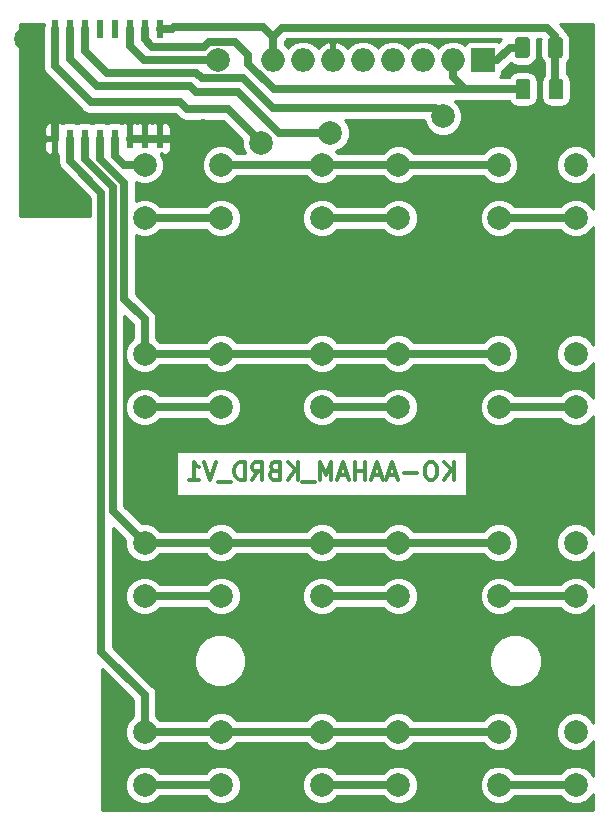
<source format=gbr>
G04 #@! TF.GenerationSoftware,KiCad,Pcbnew,5.0.2+dfsg1-1*
G04 #@! TF.CreationDate,2021-10-14T11:56:23+05:30*
G04 #@! TF.ProjectId,KEYBORD_PCB_V1,4b455942-4f52-4445-9f50-43425f56312e,rev?*
G04 #@! TF.SameCoordinates,Original*
G04 #@! TF.FileFunction,Copper,L2,Bot*
G04 #@! TF.FilePolarity,Positive*
%FSLAX46Y46*%
G04 Gerber Fmt 4.6, Leading zero omitted, Abs format (unit mm)*
G04 Created by KiCad (PCBNEW 5.0.2+dfsg1-1) date Thu 14 Oct 2021 11:56:23 AM IST*
%MOMM*%
%LPD*%
G01*
G04 APERTURE LIST*
G04 #@! TA.AperFunction,NonConductor*
%ADD10C,0.300000*%
G04 #@! TD*
G04 #@! TA.AperFunction,Conductor*
%ADD11C,0.100000*%
G04 #@! TD*
G04 #@! TA.AperFunction,SMDPad,CuDef*
%ADD12C,1.250000*%
G04 #@! TD*
G04 #@! TA.AperFunction,ComponentPad*
%ADD13O,2.000000X2.000000*%
G04 #@! TD*
G04 #@! TA.AperFunction,ComponentPad*
%ADD14R,2.000000X2.000000*%
G04 #@! TD*
G04 #@! TA.AperFunction,SMDPad,CuDef*
%ADD15R,0.600000X1.500000*%
G04 #@! TD*
G04 #@! TA.AperFunction,ComponentPad*
%ADD16C,2.000000*%
G04 #@! TD*
G04 #@! TA.AperFunction,ViaPad*
%ADD17C,2.000000*%
G04 #@! TD*
G04 #@! TA.AperFunction,Conductor*
%ADD18C,0.700000*%
G04 #@! TD*
G04 #@! TA.AperFunction,Conductor*
%ADD19C,0.254000*%
G04 #@! TD*
G04 APERTURE END LIST*
D10*
X103178571Y-75678571D02*
X103178571Y-74178571D01*
X102321428Y-75678571D02*
X102964285Y-74821428D01*
X102321428Y-74178571D02*
X103178571Y-75035714D01*
X101392857Y-74178571D02*
X101107142Y-74178571D01*
X100964285Y-74250000D01*
X100821428Y-74392857D01*
X100750000Y-74678571D01*
X100750000Y-75178571D01*
X100821428Y-75464285D01*
X100964285Y-75607142D01*
X101107142Y-75678571D01*
X101392857Y-75678571D01*
X101535714Y-75607142D01*
X101678571Y-75464285D01*
X101750000Y-75178571D01*
X101750000Y-74678571D01*
X101678571Y-74392857D01*
X101535714Y-74250000D01*
X101392857Y-74178571D01*
X100107142Y-75107142D02*
X98964285Y-75107142D01*
X98321428Y-75250000D02*
X97607142Y-75250000D01*
X98464285Y-75678571D02*
X97964285Y-74178571D01*
X97464285Y-75678571D01*
X97035714Y-75250000D02*
X96321428Y-75250000D01*
X97178571Y-75678571D02*
X96678571Y-74178571D01*
X96178571Y-75678571D01*
X95678571Y-75678571D02*
X95678571Y-74178571D01*
X95678571Y-74892857D02*
X94821428Y-74892857D01*
X94821428Y-75678571D02*
X94821428Y-74178571D01*
X94178571Y-75250000D02*
X93464285Y-75250000D01*
X94321428Y-75678571D02*
X93821428Y-74178571D01*
X93321428Y-75678571D01*
X92821428Y-75678571D02*
X92821428Y-74178571D01*
X92321428Y-75250000D01*
X91821428Y-74178571D01*
X91821428Y-75678571D01*
X91464285Y-75821428D02*
X90321428Y-75821428D01*
X89964285Y-75678571D02*
X89964285Y-74178571D01*
X89107142Y-75678571D02*
X89750000Y-74821428D01*
X89107142Y-74178571D02*
X89964285Y-75035714D01*
X87964285Y-74892857D02*
X87750000Y-74964285D01*
X87678571Y-75035714D01*
X87607142Y-75178571D01*
X87607142Y-75392857D01*
X87678571Y-75535714D01*
X87750000Y-75607142D01*
X87892857Y-75678571D01*
X88464285Y-75678571D01*
X88464285Y-74178571D01*
X87964285Y-74178571D01*
X87821428Y-74250000D01*
X87750000Y-74321428D01*
X87678571Y-74464285D01*
X87678571Y-74607142D01*
X87750000Y-74750000D01*
X87821428Y-74821428D01*
X87964285Y-74892857D01*
X88464285Y-74892857D01*
X86107142Y-75678571D02*
X86607142Y-74964285D01*
X86964285Y-75678571D02*
X86964285Y-74178571D01*
X86392857Y-74178571D01*
X86250000Y-74250000D01*
X86178571Y-74321428D01*
X86107142Y-74464285D01*
X86107142Y-74678571D01*
X86178571Y-74821428D01*
X86250000Y-74892857D01*
X86392857Y-74964285D01*
X86964285Y-74964285D01*
X85464285Y-75678571D02*
X85464285Y-74178571D01*
X85107142Y-74178571D01*
X84892857Y-74250000D01*
X84750000Y-74392857D01*
X84678571Y-74535714D01*
X84607142Y-74821428D01*
X84607142Y-75035714D01*
X84678571Y-75321428D01*
X84750000Y-75464285D01*
X84892857Y-75607142D01*
X85107142Y-75678571D01*
X85464285Y-75678571D01*
X84321428Y-75821428D02*
X83178571Y-75821428D01*
X83035714Y-74178571D02*
X82535714Y-75678571D01*
X82035714Y-74178571D01*
X80750000Y-75678571D02*
X81607142Y-75678571D01*
X81178571Y-75678571D02*
X81178571Y-74178571D01*
X81321428Y-74392857D01*
X81464285Y-74535714D01*
X81607142Y-74607142D01*
D11*
G04 #@! TO.N,SDA*
G04 #@! TO.C,R2*
G36*
X109439504Y-41716204D02*
X109463773Y-41719804D01*
X109487571Y-41725765D01*
X109510671Y-41734030D01*
X109532849Y-41744520D01*
X109553893Y-41757133D01*
X109573598Y-41771747D01*
X109591777Y-41788223D01*
X109608253Y-41806402D01*
X109622867Y-41826107D01*
X109635480Y-41847151D01*
X109645970Y-41869329D01*
X109654235Y-41892429D01*
X109660196Y-41916227D01*
X109663796Y-41940496D01*
X109665000Y-41965000D01*
X109665000Y-43215000D01*
X109663796Y-43239504D01*
X109660196Y-43263773D01*
X109654235Y-43287571D01*
X109645970Y-43310671D01*
X109635480Y-43332849D01*
X109622867Y-43353893D01*
X109608253Y-43373598D01*
X109591777Y-43391777D01*
X109573598Y-43408253D01*
X109553893Y-43422867D01*
X109532849Y-43435480D01*
X109510671Y-43445970D01*
X109487571Y-43454235D01*
X109463773Y-43460196D01*
X109439504Y-43463796D01*
X109415000Y-43465000D01*
X108665000Y-43465000D01*
X108640496Y-43463796D01*
X108616227Y-43460196D01*
X108592429Y-43454235D01*
X108569329Y-43445970D01*
X108547151Y-43435480D01*
X108526107Y-43422867D01*
X108506402Y-43408253D01*
X108488223Y-43391777D01*
X108471747Y-43373598D01*
X108457133Y-43353893D01*
X108444520Y-43332849D01*
X108434030Y-43310671D01*
X108425765Y-43287571D01*
X108419804Y-43263773D01*
X108416204Y-43239504D01*
X108415000Y-43215000D01*
X108415000Y-41965000D01*
X108416204Y-41940496D01*
X108419804Y-41916227D01*
X108425765Y-41892429D01*
X108434030Y-41869329D01*
X108444520Y-41847151D01*
X108457133Y-41826107D01*
X108471747Y-41806402D01*
X108488223Y-41788223D01*
X108506402Y-41771747D01*
X108526107Y-41757133D01*
X108547151Y-41744520D01*
X108569329Y-41734030D01*
X108592429Y-41725765D01*
X108616227Y-41719804D01*
X108640496Y-41716204D01*
X108665000Y-41715000D01*
X109415000Y-41715000D01*
X109439504Y-41716204D01*
X109439504Y-41716204D01*
G37*
D12*
G04 #@! TD*
G04 #@! TO.P,R2,1*
G04 #@! TO.N,SDA*
X109040000Y-42590000D03*
D11*
G04 #@! TO.N,+3V3*
G04 #@! TO.C,R2*
G36*
X112239504Y-41716204D02*
X112263773Y-41719804D01*
X112287571Y-41725765D01*
X112310671Y-41734030D01*
X112332849Y-41744520D01*
X112353893Y-41757133D01*
X112373598Y-41771747D01*
X112391777Y-41788223D01*
X112408253Y-41806402D01*
X112422867Y-41826107D01*
X112435480Y-41847151D01*
X112445970Y-41869329D01*
X112454235Y-41892429D01*
X112460196Y-41916227D01*
X112463796Y-41940496D01*
X112465000Y-41965000D01*
X112465000Y-43215000D01*
X112463796Y-43239504D01*
X112460196Y-43263773D01*
X112454235Y-43287571D01*
X112445970Y-43310671D01*
X112435480Y-43332849D01*
X112422867Y-43353893D01*
X112408253Y-43373598D01*
X112391777Y-43391777D01*
X112373598Y-43408253D01*
X112353893Y-43422867D01*
X112332849Y-43435480D01*
X112310671Y-43445970D01*
X112287571Y-43454235D01*
X112263773Y-43460196D01*
X112239504Y-43463796D01*
X112215000Y-43465000D01*
X111465000Y-43465000D01*
X111440496Y-43463796D01*
X111416227Y-43460196D01*
X111392429Y-43454235D01*
X111369329Y-43445970D01*
X111347151Y-43435480D01*
X111326107Y-43422867D01*
X111306402Y-43408253D01*
X111288223Y-43391777D01*
X111271747Y-43373598D01*
X111257133Y-43353893D01*
X111244520Y-43332849D01*
X111234030Y-43310671D01*
X111225765Y-43287571D01*
X111219804Y-43263773D01*
X111216204Y-43239504D01*
X111215000Y-43215000D01*
X111215000Y-41965000D01*
X111216204Y-41940496D01*
X111219804Y-41916227D01*
X111225765Y-41892429D01*
X111234030Y-41869329D01*
X111244520Y-41847151D01*
X111257133Y-41826107D01*
X111271747Y-41806402D01*
X111288223Y-41788223D01*
X111306402Y-41771747D01*
X111326107Y-41757133D01*
X111347151Y-41744520D01*
X111369329Y-41734030D01*
X111392429Y-41725765D01*
X111416227Y-41719804D01*
X111440496Y-41716204D01*
X111465000Y-41715000D01*
X112215000Y-41715000D01*
X112239504Y-41716204D01*
X112239504Y-41716204D01*
G37*
D12*
G04 #@! TD*
G04 #@! TO.P,R2,2*
G04 #@! TO.N,+3V3*
X111840000Y-42590000D03*
D13*
G04 #@! TO.P,J1,8*
G04 #@! TO.N,+3V3*
X87870000Y-40150000D03*
G04 #@! TO.P,J1,7*
G04 #@! TO.N,Net-(J1-Pad7)*
X90410000Y-40150000D03*
G04 #@! TO.P,J1,6*
G04 #@! TO.N,GND*
X92950000Y-40150000D03*
G04 #@! TO.P,J1,5*
G04 #@! TO.N,Net-(J1-Pad5)*
X95490000Y-40150000D03*
G04 #@! TO.P,J1,4*
G04 #@! TO.N,Net-(J1-Pad4)*
X98030000Y-40150000D03*
G04 #@! TO.P,J1,3*
G04 #@! TO.N,Net-(J1-Pad3)*
X100570000Y-40150000D03*
G04 #@! TO.P,J1,2*
G04 #@! TO.N,SDA*
X103110000Y-40150000D03*
D14*
G04 #@! TO.P,J1,1*
G04 #@! TO.N,SCL*
X105650000Y-40150000D03*
G04 #@! TD*
D11*
G04 #@! TO.N,SCL*
G04 #@! TO.C,R1*
G36*
X109389504Y-38206204D02*
X109413773Y-38209804D01*
X109437571Y-38215765D01*
X109460671Y-38224030D01*
X109482849Y-38234520D01*
X109503893Y-38247133D01*
X109523598Y-38261747D01*
X109541777Y-38278223D01*
X109558253Y-38296402D01*
X109572867Y-38316107D01*
X109585480Y-38337151D01*
X109595970Y-38359329D01*
X109604235Y-38382429D01*
X109610196Y-38406227D01*
X109613796Y-38430496D01*
X109615000Y-38455000D01*
X109615000Y-39705000D01*
X109613796Y-39729504D01*
X109610196Y-39753773D01*
X109604235Y-39777571D01*
X109595970Y-39800671D01*
X109585480Y-39822849D01*
X109572867Y-39843893D01*
X109558253Y-39863598D01*
X109541777Y-39881777D01*
X109523598Y-39898253D01*
X109503893Y-39912867D01*
X109482849Y-39925480D01*
X109460671Y-39935970D01*
X109437571Y-39944235D01*
X109413773Y-39950196D01*
X109389504Y-39953796D01*
X109365000Y-39955000D01*
X108615000Y-39955000D01*
X108590496Y-39953796D01*
X108566227Y-39950196D01*
X108542429Y-39944235D01*
X108519329Y-39935970D01*
X108497151Y-39925480D01*
X108476107Y-39912867D01*
X108456402Y-39898253D01*
X108438223Y-39881777D01*
X108421747Y-39863598D01*
X108407133Y-39843893D01*
X108394520Y-39822849D01*
X108384030Y-39800671D01*
X108375765Y-39777571D01*
X108369804Y-39753773D01*
X108366204Y-39729504D01*
X108365000Y-39705000D01*
X108365000Y-38455000D01*
X108366204Y-38430496D01*
X108369804Y-38406227D01*
X108375765Y-38382429D01*
X108384030Y-38359329D01*
X108394520Y-38337151D01*
X108407133Y-38316107D01*
X108421747Y-38296402D01*
X108438223Y-38278223D01*
X108456402Y-38261747D01*
X108476107Y-38247133D01*
X108497151Y-38234520D01*
X108519329Y-38224030D01*
X108542429Y-38215765D01*
X108566227Y-38209804D01*
X108590496Y-38206204D01*
X108615000Y-38205000D01*
X109365000Y-38205000D01*
X109389504Y-38206204D01*
X109389504Y-38206204D01*
G37*
D12*
G04 #@! TD*
G04 #@! TO.P,R1,2*
G04 #@! TO.N,SCL*
X108990000Y-39080000D03*
D11*
G04 #@! TO.N,+3V3*
G04 #@! TO.C,R1*
G36*
X112189504Y-38206204D02*
X112213773Y-38209804D01*
X112237571Y-38215765D01*
X112260671Y-38224030D01*
X112282849Y-38234520D01*
X112303893Y-38247133D01*
X112323598Y-38261747D01*
X112341777Y-38278223D01*
X112358253Y-38296402D01*
X112372867Y-38316107D01*
X112385480Y-38337151D01*
X112395970Y-38359329D01*
X112404235Y-38382429D01*
X112410196Y-38406227D01*
X112413796Y-38430496D01*
X112415000Y-38455000D01*
X112415000Y-39705000D01*
X112413796Y-39729504D01*
X112410196Y-39753773D01*
X112404235Y-39777571D01*
X112395970Y-39800671D01*
X112385480Y-39822849D01*
X112372867Y-39843893D01*
X112358253Y-39863598D01*
X112341777Y-39881777D01*
X112323598Y-39898253D01*
X112303893Y-39912867D01*
X112282849Y-39925480D01*
X112260671Y-39935970D01*
X112237571Y-39944235D01*
X112213773Y-39950196D01*
X112189504Y-39953796D01*
X112165000Y-39955000D01*
X111415000Y-39955000D01*
X111390496Y-39953796D01*
X111366227Y-39950196D01*
X111342429Y-39944235D01*
X111319329Y-39935970D01*
X111297151Y-39925480D01*
X111276107Y-39912867D01*
X111256402Y-39898253D01*
X111238223Y-39881777D01*
X111221747Y-39863598D01*
X111207133Y-39843893D01*
X111194520Y-39822849D01*
X111184030Y-39800671D01*
X111175765Y-39777571D01*
X111169804Y-39753773D01*
X111166204Y-39729504D01*
X111165000Y-39705000D01*
X111165000Y-38455000D01*
X111166204Y-38430496D01*
X111169804Y-38406227D01*
X111175765Y-38382429D01*
X111184030Y-38359329D01*
X111194520Y-38337151D01*
X111207133Y-38316107D01*
X111221747Y-38296402D01*
X111238223Y-38278223D01*
X111256402Y-38261747D01*
X111276107Y-38247133D01*
X111297151Y-38234520D01*
X111319329Y-38224030D01*
X111342429Y-38215765D01*
X111366227Y-38209804D01*
X111390496Y-38206204D01*
X111415000Y-38205000D01*
X112165000Y-38205000D01*
X112189504Y-38206204D01*
X112189504Y-38206204D01*
G37*
D12*
G04 #@! TD*
G04 #@! TO.P,R1,1*
G04 #@! TO.N,+3V3*
X111790000Y-39080000D03*
D15*
G04 #@! TO.P,U1,1*
G04 #@! TO.N,GND*
X78285000Y-46790000D03*
G04 #@! TO.P,U1,2*
X77015000Y-46790000D03*
G04 #@! TO.P,U1,3*
X75745000Y-46790000D03*
G04 #@! TO.P,U1,4*
G04 #@! TO.N,R1*
X74475000Y-46790000D03*
G04 #@! TO.P,U1,5*
G04 #@! TO.N,R2*
X73205000Y-46790000D03*
G04 #@! TO.P,U1,6*
G04 #@! TO.N,R3*
X71935000Y-46790000D03*
G04 #@! TO.P,U1,7*
G04 #@! TO.N,R4*
X70665000Y-46790000D03*
G04 #@! TO.P,U1,8*
G04 #@! TO.N,GND*
X69395000Y-46790000D03*
G04 #@! TO.P,U1,9*
G04 #@! TO.N,C1*
X69395000Y-37490000D03*
G04 #@! TO.P,U1,10*
G04 #@! TO.N,C2*
X70665000Y-37490000D03*
G04 #@! TO.P,U1,11*
G04 #@! TO.N,C3*
X71935000Y-37490000D03*
G04 #@! TO.P,U1,12*
G04 #@! TO.N,Net-(U1-Pad12)*
X73205000Y-37490000D03*
G04 #@! TO.P,U1,13*
G04 #@! TO.N,Net-(U1-Pad13)*
X74475000Y-37490000D03*
G04 #@! TO.P,U1,14*
G04 #@! TO.N,SCL*
X75745000Y-37490000D03*
G04 #@! TO.P,U1,15*
G04 #@! TO.N,SDA*
X77015000Y-37490000D03*
G04 #@! TO.P,U1,16*
G04 #@! TO.N,+3V3*
X78285000Y-37490000D03*
G04 #@! TD*
D16*
G04 #@! TO.P,SW1,2*
G04 #@! TO.N,C1*
X77000000Y-53500000D03*
G04 #@! TO.P,SW1,1*
G04 #@! TO.N,R1*
X77000000Y-49000000D03*
G04 #@! TO.P,SW1,2*
G04 #@! TO.N,C1*
X83500000Y-53500000D03*
G04 #@! TO.P,SW1,1*
G04 #@! TO.N,R1*
X83500000Y-49000000D03*
G04 #@! TD*
G04 #@! TO.P,SW2,1*
G04 #@! TO.N,R2*
X83500000Y-65000000D03*
G04 #@! TO.P,SW2,2*
G04 #@! TO.N,C1*
X83500000Y-69500000D03*
G04 #@! TO.P,SW2,1*
G04 #@! TO.N,R2*
X77000000Y-65000000D03*
G04 #@! TO.P,SW2,2*
G04 #@! TO.N,C1*
X77000000Y-69500000D03*
G04 #@! TD*
G04 #@! TO.P,SW3,1*
G04 #@! TO.N,R3*
X83500000Y-81000000D03*
G04 #@! TO.P,SW3,2*
G04 #@! TO.N,C1*
X83500000Y-85500000D03*
G04 #@! TO.P,SW3,1*
G04 #@! TO.N,R3*
X77000000Y-81000000D03*
G04 #@! TO.P,SW3,2*
G04 #@! TO.N,C1*
X77000000Y-85500000D03*
G04 #@! TD*
G04 #@! TO.P,SW4,2*
G04 #@! TO.N,C1*
X77000000Y-101500000D03*
G04 #@! TO.P,SW4,1*
G04 #@! TO.N,R4*
X77000000Y-97000000D03*
G04 #@! TO.P,SW4,2*
G04 #@! TO.N,C1*
X83500000Y-101500000D03*
G04 #@! TO.P,SW4,1*
G04 #@! TO.N,R4*
X83500000Y-97000000D03*
G04 #@! TD*
G04 #@! TO.P,SW5,1*
G04 #@! TO.N,R1*
X98500000Y-49000000D03*
G04 #@! TO.P,SW5,2*
G04 #@! TO.N,C2*
X98500000Y-53500000D03*
G04 #@! TO.P,SW5,1*
G04 #@! TO.N,R1*
X92000000Y-49000000D03*
G04 #@! TO.P,SW5,2*
G04 #@! TO.N,C2*
X92000000Y-53500000D03*
G04 #@! TD*
G04 #@! TO.P,SW6,1*
G04 #@! TO.N,R2*
X98500000Y-65000000D03*
G04 #@! TO.P,SW6,2*
G04 #@! TO.N,C2*
X98500000Y-69500000D03*
G04 #@! TO.P,SW6,1*
G04 #@! TO.N,R2*
X92000000Y-65000000D03*
G04 #@! TO.P,SW6,2*
G04 #@! TO.N,C2*
X92000000Y-69500000D03*
G04 #@! TD*
G04 #@! TO.P,SW7,2*
G04 #@! TO.N,C2*
X92000000Y-85500000D03*
G04 #@! TO.P,SW7,1*
G04 #@! TO.N,R3*
X92000000Y-81000000D03*
G04 #@! TO.P,SW7,2*
G04 #@! TO.N,C2*
X98500000Y-85500000D03*
G04 #@! TO.P,SW7,1*
G04 #@! TO.N,R3*
X98500000Y-81000000D03*
G04 #@! TD*
G04 #@! TO.P,SW8,1*
G04 #@! TO.N,R4*
X98500000Y-97000000D03*
G04 #@! TO.P,SW8,2*
G04 #@! TO.N,C2*
X98500000Y-101500000D03*
G04 #@! TO.P,SW8,1*
G04 #@! TO.N,R4*
X92000000Y-97000000D03*
G04 #@! TO.P,SW8,2*
G04 #@! TO.N,C2*
X92000000Y-101500000D03*
G04 #@! TD*
G04 #@! TO.P,SW9,2*
G04 #@! TO.N,C3*
X107000000Y-53500000D03*
G04 #@! TO.P,SW9,1*
G04 #@! TO.N,R1*
X107000000Y-49000000D03*
G04 #@! TO.P,SW9,2*
G04 #@! TO.N,C3*
X113500000Y-53500000D03*
G04 #@! TO.P,SW9,1*
G04 #@! TO.N,R1*
X113500000Y-49000000D03*
G04 #@! TD*
G04 #@! TO.P,SW10,2*
G04 #@! TO.N,C3*
X107000000Y-69500000D03*
G04 #@! TO.P,SW10,1*
G04 #@! TO.N,R2*
X107000000Y-65000000D03*
G04 #@! TO.P,SW10,2*
G04 #@! TO.N,C3*
X113500000Y-69500000D03*
G04 #@! TO.P,SW10,1*
G04 #@! TO.N,R2*
X113500000Y-65000000D03*
G04 #@! TD*
G04 #@! TO.P,SW11,2*
G04 #@! TO.N,C3*
X107000000Y-85500000D03*
G04 #@! TO.P,SW11,1*
G04 #@! TO.N,R3*
X107000000Y-81000000D03*
G04 #@! TO.P,SW11,2*
G04 #@! TO.N,C3*
X113500000Y-85500000D03*
G04 #@! TO.P,SW11,1*
G04 #@! TO.N,R3*
X113500000Y-81000000D03*
G04 #@! TD*
G04 #@! TO.P,SW12,1*
G04 #@! TO.N,R4*
X113500000Y-97000000D03*
G04 #@! TO.P,SW12,2*
G04 #@! TO.N,C3*
X113500000Y-101500000D03*
G04 #@! TO.P,SW12,1*
G04 #@! TO.N,R4*
X107000000Y-97000000D03*
G04 #@! TO.P,SW12,2*
G04 #@! TO.N,C3*
X107000000Y-101500000D03*
G04 #@! TD*
D17*
G04 #@! TO.N,GND*
X66990010Y-38360000D03*
X81970000Y-46140000D03*
G04 #@! TO.N,C1*
X86880003Y-47140000D03*
G04 #@! TO.N,C2*
X92730000Y-46280000D03*
G04 #@! TO.N,C3*
X102280000Y-44910000D03*
G04 #@! TO.N,SCL*
X83200024Y-40140000D03*
G04 #@! TD*
D18*
G04 #@! TO.N,R4*
X77000000Y-94870000D02*
X77000000Y-97000000D01*
X77000000Y-93870000D02*
X77000000Y-95000000D01*
X73340010Y-90210010D02*
X77000000Y-93870000D01*
X70665000Y-46790000D02*
X70665000Y-48715000D01*
X73340010Y-51390010D02*
X73340010Y-90210010D01*
X70665000Y-48715000D02*
X73340010Y-51390010D01*
X77000000Y-97000000D02*
X107000000Y-97000000D01*
G04 #@! TO.N,R3*
X74300000Y-78300000D02*
X76000001Y-80000001D01*
X76000001Y-80000001D02*
X77000000Y-81000000D01*
X74300000Y-50852806D02*
X74300000Y-78300000D01*
X71935000Y-46790000D02*
X71935000Y-48487806D01*
X71935000Y-48487806D02*
X74300000Y-50852806D01*
X107000000Y-81000000D02*
X77000000Y-81000000D01*
G04 #@! TO.N,R2*
X77000000Y-63090000D02*
X77000000Y-65000000D01*
X75300000Y-60390000D02*
X77000000Y-62090000D01*
X73205000Y-46790000D02*
X73205000Y-48485000D01*
X73205000Y-48485000D02*
X75300000Y-50580000D01*
X75300000Y-50580000D02*
X75300000Y-60390000D01*
X77000000Y-62090000D02*
X77000000Y-63090000D01*
X107000000Y-65000000D02*
X77000000Y-65000000D01*
G04 #@! TO.N,R1*
X75235000Y-49000000D02*
X75585787Y-49000000D01*
X74475000Y-48240000D02*
X75235000Y-49000000D01*
X75585787Y-49000000D02*
X77000000Y-49000000D01*
X74475000Y-46790000D02*
X74475000Y-48240000D01*
X107000000Y-49000000D02*
X83500000Y-49000000D01*
G04 #@! TO.N,+3V3*
X87870000Y-38190000D02*
X87870000Y-40150000D01*
X111790000Y-42540000D02*
X111840000Y-42590000D01*
X111790000Y-39080000D02*
X111790000Y-42540000D01*
X88680000Y-37380000D02*
X87870000Y-38190000D01*
X111065000Y-37380000D02*
X88680000Y-37380000D01*
X111790000Y-39080000D02*
X111790000Y-38105000D01*
X111790000Y-38105000D02*
X111065000Y-37380000D01*
X87010000Y-37330000D02*
X87870000Y-38190000D01*
X79480000Y-37330000D02*
X87010000Y-37330000D01*
X79320000Y-37490000D02*
X79480000Y-37330000D01*
X78285000Y-37490000D02*
X79320000Y-37490000D01*
G04 #@! TO.N,GND*
X78285000Y-46790000D02*
X75745000Y-46790000D01*
X81862501Y-46032501D02*
X81970000Y-46140000D01*
X79895787Y-46800000D02*
X80555787Y-46140000D01*
X80555787Y-46140000D02*
X81970000Y-46140000D01*
X75740000Y-46810000D02*
X75750000Y-46800000D01*
X75750000Y-46800000D02*
X79895787Y-46800000D01*
X66990010Y-39774213D02*
X66990010Y-38360000D01*
X66990010Y-43590010D02*
X66990010Y-39774213D01*
X67270000Y-43870000D02*
X67900000Y-43870000D01*
X67925000Y-43870000D02*
X67270000Y-43870000D01*
X69395000Y-46790000D02*
X69395000Y-45340000D01*
X69395000Y-45340000D02*
X67925000Y-43870000D01*
X67900000Y-43870000D02*
X66990010Y-43590010D01*
G04 #@! TO.N,C1*
X77000000Y-53500000D02*
X83500000Y-53500000D01*
X77000000Y-69500000D02*
X83500000Y-69500000D01*
X77000000Y-85500000D02*
X83500000Y-85500000D01*
X77000000Y-101500000D02*
X83500000Y-101500000D01*
X69395000Y-40027806D02*
X69400000Y-40032806D01*
X69395000Y-37490000D02*
X69395000Y-40027806D01*
X69400000Y-40032806D02*
X69400000Y-40670000D01*
X69400000Y-40670000D02*
X72430000Y-43700000D01*
X72430000Y-43700000D02*
X80010000Y-43700000D01*
X80010000Y-43700000D02*
X80620000Y-44310000D01*
X80620000Y-44310000D02*
X84070000Y-44310000D01*
X84070000Y-44310000D02*
X86950000Y-47190000D01*
G04 #@! TO.N,C2*
X72990000Y-42350000D02*
X70660000Y-40020000D01*
X81330000Y-42860000D02*
X80820000Y-42350000D01*
X84950000Y-42860000D02*
X81330000Y-42860000D01*
X80820000Y-42350000D02*
X72990000Y-42350000D01*
X88380000Y-46290000D02*
X84950000Y-42860000D01*
X92680000Y-46290000D02*
X88380000Y-46290000D01*
X70665000Y-40015000D02*
X70660000Y-40020000D01*
X70665000Y-37490000D02*
X70665000Y-40015000D01*
X92000000Y-101500000D02*
X98500000Y-101500000D01*
X92000000Y-85500000D02*
X98500000Y-85500000D01*
X92000000Y-69500000D02*
X98500000Y-69500000D01*
X92000000Y-53500000D02*
X98500000Y-53500000D01*
G04 #@! TO.N,C3*
X107000000Y-101500000D02*
X113500000Y-101500000D01*
X107000000Y-85500000D02*
X113500000Y-85500000D01*
X106500000Y-69500000D02*
X113000000Y-69500000D01*
X101610000Y-44200000D02*
X102320000Y-44910000D01*
X85340002Y-41690002D02*
X87850000Y-44200000D01*
X81860002Y-41690002D02*
X85340002Y-41690002D01*
X71935000Y-38940000D02*
X71940000Y-38945000D01*
X71935000Y-37490000D02*
X71935000Y-38940000D01*
X71940000Y-38945000D02*
X71940000Y-39330000D01*
X87850000Y-44200000D02*
X101610000Y-44200000D01*
X71940000Y-39330000D02*
X73830000Y-41220000D01*
X81390000Y-41220000D02*
X81860002Y-41690002D01*
X73830000Y-41220000D02*
X81390000Y-41220000D01*
X107000000Y-53500000D02*
X113500000Y-53500000D01*
G04 #@! TO.N,SDA*
X104135787Y-42590000D02*
X109040000Y-42590000D01*
X104045787Y-42500000D02*
X104135787Y-42590000D01*
X103110000Y-41564213D02*
X104045787Y-42500000D01*
X103110000Y-40150000D02*
X103110000Y-41564213D01*
X103955787Y-42590000D02*
X104045787Y-42500000D01*
X87944003Y-42590000D02*
X103955787Y-42590000D01*
X77015000Y-38375000D02*
X77669998Y-39029998D01*
X77015000Y-37490000D02*
X77015000Y-38375000D01*
X85780002Y-40425999D02*
X87944003Y-42590000D01*
X85780002Y-39725998D02*
X85780002Y-40425999D01*
X77669998Y-39029998D02*
X82015997Y-39029998D01*
X82015997Y-39029998D02*
X82455997Y-38589998D01*
X82455997Y-38589998D02*
X84644002Y-38589998D01*
X84644002Y-38589998D02*
X85780002Y-39725998D01*
G04 #@! TO.N,SCL*
X105650000Y-40150000D02*
X106830000Y-40150000D01*
X107900000Y-39080000D02*
X108990000Y-39080000D01*
X106830000Y-40150000D02*
X107900000Y-39080000D01*
X81785811Y-40140000D02*
X83200024Y-40140000D01*
X76945000Y-40140000D02*
X81785811Y-40140000D01*
X75745000Y-37490000D02*
X75745000Y-38940000D01*
X75745000Y-38940000D02*
X76945000Y-40140000D01*
G04 #@! TD*
D19*
G04 #@! TO.N,GND*
G36*
X68447560Y-37204163D02*
X68410000Y-37392989D01*
X68410001Y-39930793D01*
X68390704Y-40027806D01*
X68415000Y-40149951D01*
X68415000Y-40572992D01*
X68395704Y-40670000D01*
X68415000Y-40767008D01*
X68415000Y-40767012D01*
X68428658Y-40835672D01*
X68472151Y-41054327D01*
X68634902Y-41297902D01*
X68634905Y-41297905D01*
X68689856Y-41380145D01*
X68772096Y-41435096D01*
X71664902Y-44327902D01*
X71719855Y-44410145D01*
X72045672Y-44627849D01*
X72332988Y-44685000D01*
X72332991Y-44685000D01*
X72429999Y-44704296D01*
X72527007Y-44685000D01*
X79602000Y-44685000D01*
X79854900Y-44937899D01*
X79909855Y-45020145D01*
X80235672Y-45237849D01*
X80522988Y-45295000D01*
X80522991Y-45295000D01*
X80619999Y-45314296D01*
X80717007Y-45295000D01*
X83662000Y-45295000D01*
X85245003Y-46878003D01*
X85245003Y-47465222D01*
X85472729Y-48015000D01*
X84827239Y-48015000D01*
X84426153Y-47613914D01*
X83825222Y-47365000D01*
X83174778Y-47365000D01*
X82573847Y-47613914D01*
X82113914Y-48073847D01*
X81865000Y-48674778D01*
X81865000Y-49325222D01*
X82113914Y-49926153D01*
X82573847Y-50386086D01*
X83174778Y-50635000D01*
X83825222Y-50635000D01*
X84426153Y-50386086D01*
X84827239Y-49985000D01*
X90672761Y-49985000D01*
X91073847Y-50386086D01*
X91674778Y-50635000D01*
X92325222Y-50635000D01*
X92926153Y-50386086D01*
X93327239Y-49985000D01*
X97172761Y-49985000D01*
X97573847Y-50386086D01*
X98174778Y-50635000D01*
X98825222Y-50635000D01*
X99426153Y-50386086D01*
X99827239Y-49985000D01*
X105672761Y-49985000D01*
X106073847Y-50386086D01*
X106674778Y-50635000D01*
X107325222Y-50635000D01*
X107926153Y-50386086D01*
X108386086Y-49926153D01*
X108635000Y-49325222D01*
X108635000Y-48674778D01*
X108386086Y-48073847D01*
X107926153Y-47613914D01*
X107325222Y-47365000D01*
X106674778Y-47365000D01*
X106073847Y-47613914D01*
X105672761Y-48015000D01*
X99827239Y-48015000D01*
X99426153Y-47613914D01*
X98825222Y-47365000D01*
X98174778Y-47365000D01*
X97573847Y-47613914D01*
X97172761Y-48015000D01*
X93327239Y-48015000D01*
X93176856Y-47864617D01*
X93656153Y-47666086D01*
X94116086Y-47206153D01*
X94365000Y-46605222D01*
X94365000Y-45954778D01*
X94116086Y-45353847D01*
X93947239Y-45185000D01*
X100645000Y-45185000D01*
X100645000Y-45235222D01*
X100893914Y-45836153D01*
X101353847Y-46296086D01*
X101954778Y-46545000D01*
X102605222Y-46545000D01*
X103206153Y-46296086D01*
X103666086Y-45836153D01*
X103915000Y-45235222D01*
X103915000Y-44584778D01*
X103666086Y-43983847D01*
X103257239Y-43575000D01*
X103858779Y-43575000D01*
X103955787Y-43594296D01*
X104045787Y-43576394D01*
X104135786Y-43594296D01*
X104232794Y-43575000D01*
X107846942Y-43575000D01*
X108030414Y-43849586D01*
X108321565Y-44044126D01*
X108665000Y-44112440D01*
X109415000Y-44112440D01*
X109758435Y-44044126D01*
X110049586Y-43849586D01*
X110244126Y-43558435D01*
X110312440Y-43215000D01*
X110312440Y-41965000D01*
X110244126Y-41621565D01*
X110049586Y-41330414D01*
X109758435Y-41135874D01*
X109415000Y-41067560D01*
X108665000Y-41067560D01*
X108321565Y-41135874D01*
X108030414Y-41330414D01*
X107846942Y-41605000D01*
X107109686Y-41605000D01*
X107248157Y-41397765D01*
X107297440Y-41150000D01*
X107297440Y-41022315D01*
X107540145Y-40860145D01*
X107595098Y-40777902D01*
X108012185Y-40360815D01*
X108271565Y-40534126D01*
X108615000Y-40602440D01*
X109365000Y-40602440D01*
X109708435Y-40534126D01*
X109999586Y-40339586D01*
X110194126Y-40048435D01*
X110262440Y-39705000D01*
X110262440Y-38455000D01*
X110244538Y-38365000D01*
X110535462Y-38365000D01*
X110517560Y-38455000D01*
X110517560Y-39705000D01*
X110585874Y-40048435D01*
X110780414Y-40339586D01*
X110805000Y-40356014D01*
X110805001Y-41368448D01*
X110635874Y-41621565D01*
X110567560Y-41965000D01*
X110567560Y-43215000D01*
X110635874Y-43558435D01*
X110830414Y-43849586D01*
X111121565Y-44044126D01*
X111465000Y-44112440D01*
X112215000Y-44112440D01*
X112558435Y-44044126D01*
X112849586Y-43849586D01*
X113044126Y-43558435D01*
X113112440Y-43215000D01*
X113112440Y-41965000D01*
X113044126Y-41621565D01*
X112849586Y-41330414D01*
X112775000Y-41280577D01*
X112775000Y-40356014D01*
X112799586Y-40339586D01*
X112994126Y-40048435D01*
X113062440Y-39705000D01*
X113062440Y-38455000D01*
X112994126Y-38111565D01*
X112799586Y-37820414D01*
X112728201Y-37772717D01*
X112717849Y-37720672D01*
X112627665Y-37585702D01*
X112555098Y-37477097D01*
X112555096Y-37477095D01*
X112500145Y-37394855D01*
X112417904Y-37339904D01*
X112153001Y-37075000D01*
X114955000Y-37075000D01*
X114955000Y-48240220D01*
X114886086Y-48073847D01*
X114426153Y-47613914D01*
X113825222Y-47365000D01*
X113174778Y-47365000D01*
X112573847Y-47613914D01*
X112113914Y-48073847D01*
X111865000Y-48674778D01*
X111865000Y-49325222D01*
X112113914Y-49926153D01*
X112573847Y-50386086D01*
X113174778Y-50635000D01*
X113825222Y-50635000D01*
X114426153Y-50386086D01*
X114886086Y-49926153D01*
X114955000Y-49759780D01*
X114955000Y-52740221D01*
X114886086Y-52573847D01*
X114426153Y-52113914D01*
X113825222Y-51865000D01*
X113174778Y-51865000D01*
X112573847Y-52113914D01*
X112172761Y-52515000D01*
X108327239Y-52515000D01*
X107926153Y-52113914D01*
X107325222Y-51865000D01*
X106674778Y-51865000D01*
X106073847Y-52113914D01*
X105613914Y-52573847D01*
X105365000Y-53174778D01*
X105365000Y-53825222D01*
X105613914Y-54426153D01*
X106073847Y-54886086D01*
X106674778Y-55135000D01*
X107325222Y-55135000D01*
X107926153Y-54886086D01*
X108327239Y-54485000D01*
X112172761Y-54485000D01*
X112573847Y-54886086D01*
X113174778Y-55135000D01*
X113825222Y-55135000D01*
X114426153Y-54886086D01*
X114886086Y-54426153D01*
X114955000Y-54259779D01*
X114955000Y-64240221D01*
X114886086Y-64073847D01*
X114426153Y-63613914D01*
X113825222Y-63365000D01*
X113174778Y-63365000D01*
X112573847Y-63613914D01*
X112113914Y-64073847D01*
X111865000Y-64674778D01*
X111865000Y-65325222D01*
X112113914Y-65926153D01*
X112573847Y-66386086D01*
X113174778Y-66635000D01*
X113825222Y-66635000D01*
X114426153Y-66386086D01*
X114886086Y-65926153D01*
X114955000Y-65759779D01*
X114955000Y-68740221D01*
X114886086Y-68573847D01*
X114426153Y-68113914D01*
X113825222Y-67865000D01*
X113174778Y-67865000D01*
X112573847Y-68113914D01*
X112172761Y-68515000D01*
X108327239Y-68515000D01*
X107926153Y-68113914D01*
X107325222Y-67865000D01*
X106674778Y-67865000D01*
X106073847Y-68113914D01*
X105613914Y-68573847D01*
X105365000Y-69174778D01*
X105365000Y-69825222D01*
X105613914Y-70426153D01*
X106073847Y-70886086D01*
X106674778Y-71135000D01*
X107325222Y-71135000D01*
X107926153Y-70886086D01*
X108327239Y-70485000D01*
X112172761Y-70485000D01*
X112573847Y-70886086D01*
X113174778Y-71135000D01*
X113825222Y-71135000D01*
X114426153Y-70886086D01*
X114886086Y-70426153D01*
X114955000Y-70259779D01*
X114955001Y-80240222D01*
X114886086Y-80073847D01*
X114426153Y-79613914D01*
X113825222Y-79365000D01*
X113174778Y-79365000D01*
X112573847Y-79613914D01*
X112113914Y-80073847D01*
X111865000Y-80674778D01*
X111865000Y-81325222D01*
X112113914Y-81926153D01*
X112573847Y-82386086D01*
X113174778Y-82635000D01*
X113825222Y-82635000D01*
X114426153Y-82386086D01*
X114886086Y-81926153D01*
X114955001Y-81759778D01*
X114955001Y-84740222D01*
X114886086Y-84573847D01*
X114426153Y-84113914D01*
X113825222Y-83865000D01*
X113174778Y-83865000D01*
X112573847Y-84113914D01*
X112172761Y-84515000D01*
X108327239Y-84515000D01*
X107926153Y-84113914D01*
X107325222Y-83865000D01*
X106674778Y-83865000D01*
X106073847Y-84113914D01*
X105613914Y-84573847D01*
X105365000Y-85174778D01*
X105365000Y-85825222D01*
X105613914Y-86426153D01*
X106073847Y-86886086D01*
X106674778Y-87135000D01*
X107325222Y-87135000D01*
X107926153Y-86886086D01*
X108327239Y-86485000D01*
X112172761Y-86485000D01*
X112573847Y-86886086D01*
X113174778Y-87135000D01*
X113825222Y-87135000D01*
X114426153Y-86886086D01*
X114886086Y-86426153D01*
X114955001Y-86259778D01*
X114955001Y-96240222D01*
X114886086Y-96073847D01*
X114426153Y-95613914D01*
X113825222Y-95365000D01*
X113174778Y-95365000D01*
X112573847Y-95613914D01*
X112113914Y-96073847D01*
X111865000Y-96674778D01*
X111865000Y-97325222D01*
X112113914Y-97926153D01*
X112573847Y-98386086D01*
X113174778Y-98635000D01*
X113825222Y-98635000D01*
X114426153Y-98386086D01*
X114886086Y-97926153D01*
X114955001Y-97759778D01*
X114955001Y-100740222D01*
X114886086Y-100573847D01*
X114426153Y-100113914D01*
X113825222Y-99865000D01*
X113174778Y-99865000D01*
X112573847Y-100113914D01*
X112172761Y-100515000D01*
X108327239Y-100515000D01*
X107926153Y-100113914D01*
X107325222Y-99865000D01*
X106674778Y-99865000D01*
X106073847Y-100113914D01*
X105613914Y-100573847D01*
X105365000Y-101174778D01*
X105365000Y-101825222D01*
X105613914Y-102426153D01*
X106073847Y-102886086D01*
X106674778Y-103135000D01*
X107325222Y-103135000D01*
X107926153Y-102886086D01*
X108327239Y-102485000D01*
X112172761Y-102485000D01*
X112573847Y-102886086D01*
X113174778Y-103135000D01*
X113825222Y-103135000D01*
X114426153Y-102886086D01*
X114886086Y-102426153D01*
X114955001Y-102259778D01*
X114955001Y-103605000D01*
X73425000Y-103605000D01*
X73425000Y-101174778D01*
X75365000Y-101174778D01*
X75365000Y-101825222D01*
X75613914Y-102426153D01*
X76073847Y-102886086D01*
X76674778Y-103135000D01*
X77325222Y-103135000D01*
X77926153Y-102886086D01*
X78327239Y-102485000D01*
X82172761Y-102485000D01*
X82573847Y-102886086D01*
X83174778Y-103135000D01*
X83825222Y-103135000D01*
X84426153Y-102886086D01*
X84886086Y-102426153D01*
X85135000Y-101825222D01*
X85135000Y-101174778D01*
X90365000Y-101174778D01*
X90365000Y-101825222D01*
X90613914Y-102426153D01*
X91073847Y-102886086D01*
X91674778Y-103135000D01*
X92325222Y-103135000D01*
X92926153Y-102886086D01*
X93327239Y-102485000D01*
X97172761Y-102485000D01*
X97573847Y-102886086D01*
X98174778Y-103135000D01*
X98825222Y-103135000D01*
X99426153Y-102886086D01*
X99886086Y-102426153D01*
X100135000Y-101825222D01*
X100135000Y-101174778D01*
X99886086Y-100573847D01*
X99426153Y-100113914D01*
X98825222Y-99865000D01*
X98174778Y-99865000D01*
X97573847Y-100113914D01*
X97172761Y-100515000D01*
X93327239Y-100515000D01*
X92926153Y-100113914D01*
X92325222Y-99865000D01*
X91674778Y-99865000D01*
X91073847Y-100113914D01*
X90613914Y-100573847D01*
X90365000Y-101174778D01*
X85135000Y-101174778D01*
X84886086Y-100573847D01*
X84426153Y-100113914D01*
X83825222Y-99865000D01*
X83174778Y-99865000D01*
X82573847Y-100113914D01*
X82172761Y-100515000D01*
X78327239Y-100515000D01*
X77926153Y-100113914D01*
X77325222Y-99865000D01*
X76674778Y-99865000D01*
X76073847Y-100113914D01*
X75613914Y-100573847D01*
X75365000Y-101174778D01*
X73425000Y-101174778D01*
X73425000Y-91688000D01*
X76015000Y-94278000D01*
X76015001Y-94772985D01*
X76015000Y-94772989D01*
X76015000Y-95672761D01*
X75613914Y-96073847D01*
X75365000Y-96674778D01*
X75365000Y-97325222D01*
X75613914Y-97926153D01*
X76073847Y-98386086D01*
X76674778Y-98635000D01*
X77325222Y-98635000D01*
X77926153Y-98386086D01*
X78327239Y-97985000D01*
X82172761Y-97985000D01*
X82573847Y-98386086D01*
X83174778Y-98635000D01*
X83825222Y-98635000D01*
X84426153Y-98386086D01*
X84827239Y-97985000D01*
X90672761Y-97985000D01*
X91073847Y-98386086D01*
X91674778Y-98635000D01*
X92325222Y-98635000D01*
X92926153Y-98386086D01*
X93327239Y-97985000D01*
X97172761Y-97985000D01*
X97573847Y-98386086D01*
X98174778Y-98635000D01*
X98825222Y-98635000D01*
X99426153Y-98386086D01*
X99827239Y-97985000D01*
X105672761Y-97985000D01*
X106073847Y-98386086D01*
X106674778Y-98635000D01*
X107325222Y-98635000D01*
X107926153Y-98386086D01*
X108386086Y-97926153D01*
X108635000Y-97325222D01*
X108635000Y-96674778D01*
X108386086Y-96073847D01*
X107926153Y-95613914D01*
X107325222Y-95365000D01*
X106674778Y-95365000D01*
X106073847Y-95613914D01*
X105672761Y-96015000D01*
X99827239Y-96015000D01*
X99426153Y-95613914D01*
X98825222Y-95365000D01*
X98174778Y-95365000D01*
X97573847Y-95613914D01*
X97172761Y-96015000D01*
X93327239Y-96015000D01*
X92926153Y-95613914D01*
X92325222Y-95365000D01*
X91674778Y-95365000D01*
X91073847Y-95613914D01*
X90672761Y-96015000D01*
X84827239Y-96015000D01*
X84426153Y-95613914D01*
X83825222Y-95365000D01*
X83174778Y-95365000D01*
X82573847Y-95613914D01*
X82172761Y-96015000D01*
X78327239Y-96015000D01*
X77985000Y-95672761D01*
X77985000Y-93967006D01*
X78004296Y-93869999D01*
X77985000Y-93772992D01*
X77985000Y-93772988D01*
X77927849Y-93485672D01*
X77710145Y-93159855D01*
X77627902Y-93104902D01*
X75078431Y-90555431D01*
X81155000Y-90555431D01*
X81155000Y-91444569D01*
X81495259Y-92266026D01*
X82123974Y-92894741D01*
X82945431Y-93235000D01*
X83834569Y-93235000D01*
X84656026Y-92894741D01*
X85284741Y-92266026D01*
X85625000Y-91444569D01*
X85625000Y-90555431D01*
X106145000Y-90555431D01*
X106145000Y-91444569D01*
X106485259Y-92266026D01*
X107113974Y-92894741D01*
X107935431Y-93235000D01*
X108824569Y-93235000D01*
X109646026Y-92894741D01*
X110274741Y-92266026D01*
X110615000Y-91444569D01*
X110615000Y-90555431D01*
X110274741Y-89733974D01*
X109646026Y-89105259D01*
X108824569Y-88765000D01*
X107935431Y-88765000D01*
X107113974Y-89105259D01*
X106485259Y-89733974D01*
X106145000Y-90555431D01*
X85625000Y-90555431D01*
X85284741Y-89733974D01*
X84656026Y-89105259D01*
X83834569Y-88765000D01*
X82945431Y-88765000D01*
X82123974Y-89105259D01*
X81495259Y-89733974D01*
X81155000Y-90555431D01*
X75078431Y-90555431D01*
X74325010Y-89802010D01*
X74325010Y-85174778D01*
X75365000Y-85174778D01*
X75365000Y-85825222D01*
X75613914Y-86426153D01*
X76073847Y-86886086D01*
X76674778Y-87135000D01*
X77325222Y-87135000D01*
X77926153Y-86886086D01*
X78327239Y-86485000D01*
X82172761Y-86485000D01*
X82573847Y-86886086D01*
X83174778Y-87135000D01*
X83825222Y-87135000D01*
X84426153Y-86886086D01*
X84886086Y-86426153D01*
X85135000Y-85825222D01*
X85135000Y-85174778D01*
X90365000Y-85174778D01*
X90365000Y-85825222D01*
X90613914Y-86426153D01*
X91073847Y-86886086D01*
X91674778Y-87135000D01*
X92325222Y-87135000D01*
X92926153Y-86886086D01*
X93327239Y-86485000D01*
X97172761Y-86485000D01*
X97573847Y-86886086D01*
X98174778Y-87135000D01*
X98825222Y-87135000D01*
X99426153Y-86886086D01*
X99886086Y-86426153D01*
X100135000Y-85825222D01*
X100135000Y-85174778D01*
X99886086Y-84573847D01*
X99426153Y-84113914D01*
X98825222Y-83865000D01*
X98174778Y-83865000D01*
X97573847Y-84113914D01*
X97172761Y-84515000D01*
X93327239Y-84515000D01*
X92926153Y-84113914D01*
X92325222Y-83865000D01*
X91674778Y-83865000D01*
X91073847Y-84113914D01*
X90613914Y-84573847D01*
X90365000Y-85174778D01*
X85135000Y-85174778D01*
X84886086Y-84573847D01*
X84426153Y-84113914D01*
X83825222Y-83865000D01*
X83174778Y-83865000D01*
X82573847Y-84113914D01*
X82172761Y-84515000D01*
X78327239Y-84515000D01*
X77926153Y-84113914D01*
X77325222Y-83865000D01*
X76674778Y-83865000D01*
X76073847Y-84113914D01*
X75613914Y-84573847D01*
X75365000Y-85174778D01*
X74325010Y-85174778D01*
X74325010Y-79718010D01*
X75365000Y-80758000D01*
X75365000Y-81325222D01*
X75613914Y-81926153D01*
X76073847Y-82386086D01*
X76674778Y-82635000D01*
X77325222Y-82635000D01*
X77926153Y-82386086D01*
X78327239Y-81985000D01*
X82172761Y-81985000D01*
X82573847Y-82386086D01*
X83174778Y-82635000D01*
X83825222Y-82635000D01*
X84426153Y-82386086D01*
X84827239Y-81985000D01*
X90672761Y-81985000D01*
X91073847Y-82386086D01*
X91674778Y-82635000D01*
X92325222Y-82635000D01*
X92926153Y-82386086D01*
X93327239Y-81985000D01*
X97172761Y-81985000D01*
X97573847Y-82386086D01*
X98174778Y-82635000D01*
X98825222Y-82635000D01*
X99426153Y-82386086D01*
X99827239Y-81985000D01*
X105672761Y-81985000D01*
X106073847Y-82386086D01*
X106674778Y-82635000D01*
X107325222Y-82635000D01*
X107926153Y-82386086D01*
X108386086Y-81926153D01*
X108635000Y-81325222D01*
X108635000Y-80674778D01*
X108386086Y-80073847D01*
X107926153Y-79613914D01*
X107325222Y-79365000D01*
X106674778Y-79365000D01*
X106073847Y-79613914D01*
X105672761Y-80015000D01*
X99827239Y-80015000D01*
X99426153Y-79613914D01*
X98825222Y-79365000D01*
X98174778Y-79365000D01*
X97573847Y-79613914D01*
X97172761Y-80015000D01*
X93327239Y-80015000D01*
X92926153Y-79613914D01*
X92325222Y-79365000D01*
X91674778Y-79365000D01*
X91073847Y-79613914D01*
X90672761Y-80015000D01*
X84827239Y-80015000D01*
X84426153Y-79613914D01*
X83825222Y-79365000D01*
X83174778Y-79365000D01*
X82573847Y-79613914D01*
X82172761Y-80015000D01*
X78327239Y-80015000D01*
X77926153Y-79613914D01*
X77325222Y-79365000D01*
X76758000Y-79365000D01*
X75285000Y-77892000D01*
X75285000Y-73210000D01*
X79679286Y-73210000D01*
X79679286Y-77030000D01*
X104320715Y-77030000D01*
X104320715Y-73210000D01*
X79679286Y-73210000D01*
X75285000Y-73210000D01*
X75285000Y-69174778D01*
X75365000Y-69174778D01*
X75365000Y-69825222D01*
X75613914Y-70426153D01*
X76073847Y-70886086D01*
X76674778Y-71135000D01*
X77325222Y-71135000D01*
X77926153Y-70886086D01*
X78327239Y-70485000D01*
X82172761Y-70485000D01*
X82573847Y-70886086D01*
X83174778Y-71135000D01*
X83825222Y-71135000D01*
X84426153Y-70886086D01*
X84886086Y-70426153D01*
X85135000Y-69825222D01*
X85135000Y-69174778D01*
X90365000Y-69174778D01*
X90365000Y-69825222D01*
X90613914Y-70426153D01*
X91073847Y-70886086D01*
X91674778Y-71135000D01*
X92325222Y-71135000D01*
X92926153Y-70886086D01*
X93327239Y-70485000D01*
X97172761Y-70485000D01*
X97573847Y-70886086D01*
X98174778Y-71135000D01*
X98825222Y-71135000D01*
X99426153Y-70886086D01*
X99886086Y-70426153D01*
X100135000Y-69825222D01*
X100135000Y-69174778D01*
X99886086Y-68573847D01*
X99426153Y-68113914D01*
X98825222Y-67865000D01*
X98174778Y-67865000D01*
X97573847Y-68113914D01*
X97172761Y-68515000D01*
X93327239Y-68515000D01*
X92926153Y-68113914D01*
X92325222Y-67865000D01*
X91674778Y-67865000D01*
X91073847Y-68113914D01*
X90613914Y-68573847D01*
X90365000Y-69174778D01*
X85135000Y-69174778D01*
X84886086Y-68573847D01*
X84426153Y-68113914D01*
X83825222Y-67865000D01*
X83174778Y-67865000D01*
X82573847Y-68113914D01*
X82172761Y-68515000D01*
X78327239Y-68515000D01*
X77926153Y-68113914D01*
X77325222Y-67865000D01*
X76674778Y-67865000D01*
X76073847Y-68113914D01*
X75613914Y-68573847D01*
X75365000Y-69174778D01*
X75285000Y-69174778D01*
X75285000Y-61768000D01*
X76015000Y-62498000D01*
X76015001Y-62992985D01*
X76015000Y-62992989D01*
X76015000Y-63672761D01*
X75613914Y-64073847D01*
X75365000Y-64674778D01*
X75365000Y-65325222D01*
X75613914Y-65926153D01*
X76073847Y-66386086D01*
X76674778Y-66635000D01*
X77325222Y-66635000D01*
X77926153Y-66386086D01*
X78327239Y-65985000D01*
X82172761Y-65985000D01*
X82573847Y-66386086D01*
X83174778Y-66635000D01*
X83825222Y-66635000D01*
X84426153Y-66386086D01*
X84827239Y-65985000D01*
X90672761Y-65985000D01*
X91073847Y-66386086D01*
X91674778Y-66635000D01*
X92325222Y-66635000D01*
X92926153Y-66386086D01*
X93327239Y-65985000D01*
X97172761Y-65985000D01*
X97573847Y-66386086D01*
X98174778Y-66635000D01*
X98825222Y-66635000D01*
X99426153Y-66386086D01*
X99827239Y-65985000D01*
X105672761Y-65985000D01*
X106073847Y-66386086D01*
X106674778Y-66635000D01*
X107325222Y-66635000D01*
X107926153Y-66386086D01*
X108386086Y-65926153D01*
X108635000Y-65325222D01*
X108635000Y-64674778D01*
X108386086Y-64073847D01*
X107926153Y-63613914D01*
X107325222Y-63365000D01*
X106674778Y-63365000D01*
X106073847Y-63613914D01*
X105672761Y-64015000D01*
X99827239Y-64015000D01*
X99426153Y-63613914D01*
X98825222Y-63365000D01*
X98174778Y-63365000D01*
X97573847Y-63613914D01*
X97172761Y-64015000D01*
X93327239Y-64015000D01*
X92926153Y-63613914D01*
X92325222Y-63365000D01*
X91674778Y-63365000D01*
X91073847Y-63613914D01*
X90672761Y-64015000D01*
X84827239Y-64015000D01*
X84426153Y-63613914D01*
X83825222Y-63365000D01*
X83174778Y-63365000D01*
X82573847Y-63613914D01*
X82172761Y-64015000D01*
X78327239Y-64015000D01*
X77985000Y-63672761D01*
X77985000Y-62187007D01*
X78004296Y-62089999D01*
X77985000Y-61992989D01*
X77985000Y-61992988D01*
X77927849Y-61705672D01*
X77710145Y-61379855D01*
X77627902Y-61324902D01*
X76285000Y-59982000D01*
X76285000Y-54973549D01*
X76674778Y-55135000D01*
X77325222Y-55135000D01*
X77926153Y-54886086D01*
X78327239Y-54485000D01*
X82172761Y-54485000D01*
X82573847Y-54886086D01*
X83174778Y-55135000D01*
X83825222Y-55135000D01*
X84426153Y-54886086D01*
X84886086Y-54426153D01*
X85135000Y-53825222D01*
X85135000Y-53174778D01*
X90365000Y-53174778D01*
X90365000Y-53825222D01*
X90613914Y-54426153D01*
X91073847Y-54886086D01*
X91674778Y-55135000D01*
X92325222Y-55135000D01*
X92926153Y-54886086D01*
X93327239Y-54485000D01*
X97172761Y-54485000D01*
X97573847Y-54886086D01*
X98174778Y-55135000D01*
X98825222Y-55135000D01*
X99426153Y-54886086D01*
X99886086Y-54426153D01*
X100135000Y-53825222D01*
X100135000Y-53174778D01*
X99886086Y-52573847D01*
X99426153Y-52113914D01*
X98825222Y-51865000D01*
X98174778Y-51865000D01*
X97573847Y-52113914D01*
X97172761Y-52515000D01*
X93327239Y-52515000D01*
X92926153Y-52113914D01*
X92325222Y-51865000D01*
X91674778Y-51865000D01*
X91073847Y-52113914D01*
X90613914Y-52573847D01*
X90365000Y-53174778D01*
X85135000Y-53174778D01*
X84886086Y-52573847D01*
X84426153Y-52113914D01*
X83825222Y-51865000D01*
X83174778Y-51865000D01*
X82573847Y-52113914D01*
X82172761Y-52515000D01*
X78327239Y-52515000D01*
X77926153Y-52113914D01*
X77325222Y-51865000D01*
X76674778Y-51865000D01*
X76285000Y-52026451D01*
X76285000Y-50677006D01*
X76304296Y-50579999D01*
X76285000Y-50482992D01*
X76285000Y-50482988D01*
X76282954Y-50472701D01*
X76674778Y-50635000D01*
X77325222Y-50635000D01*
X77926153Y-50386086D01*
X78386086Y-49926153D01*
X78635000Y-49325222D01*
X78635000Y-48674778D01*
X78412002Y-48136414D01*
X78412002Y-48016252D01*
X78570750Y-48175000D01*
X78711310Y-48175000D01*
X78944699Y-48078327D01*
X79123327Y-47899698D01*
X79220000Y-47666309D01*
X79220000Y-47075750D01*
X79061250Y-46917000D01*
X78412000Y-46917000D01*
X78412000Y-46937000D01*
X78158000Y-46937000D01*
X78158000Y-46917000D01*
X77142000Y-46917000D01*
X77142000Y-46937000D01*
X76888000Y-46937000D01*
X76888000Y-46917000D01*
X75872000Y-46917000D01*
X75872000Y-46937000D01*
X75618000Y-46937000D01*
X75618000Y-46917000D01*
X75598000Y-46917000D01*
X75598000Y-46663000D01*
X75618000Y-46663000D01*
X75618000Y-45563750D01*
X75872000Y-45563750D01*
X75872000Y-46663000D01*
X76888000Y-46663000D01*
X76888000Y-45563750D01*
X77142000Y-45563750D01*
X77142000Y-46663000D01*
X78158000Y-46663000D01*
X78158000Y-45563750D01*
X78412000Y-45563750D01*
X78412000Y-46663000D01*
X79061250Y-46663000D01*
X79220000Y-46504250D01*
X79220000Y-45913691D01*
X79123327Y-45680302D01*
X78944699Y-45501673D01*
X78711310Y-45405000D01*
X78570750Y-45405000D01*
X78412000Y-45563750D01*
X78158000Y-45563750D01*
X77999250Y-45405000D01*
X77858690Y-45405000D01*
X77650000Y-45491442D01*
X77441310Y-45405000D01*
X77300750Y-45405000D01*
X77142000Y-45563750D01*
X76888000Y-45563750D01*
X76729250Y-45405000D01*
X76588690Y-45405000D01*
X76380000Y-45491442D01*
X76171310Y-45405000D01*
X76030750Y-45405000D01*
X75872000Y-45563750D01*
X75618000Y-45563750D01*
X75459250Y-45405000D01*
X75318690Y-45405000D01*
X75101972Y-45494768D01*
X75022765Y-45441843D01*
X74775000Y-45392560D01*
X74175000Y-45392560D01*
X73927235Y-45441843D01*
X73840000Y-45500132D01*
X73752765Y-45441843D01*
X73505000Y-45392560D01*
X72905000Y-45392560D01*
X72657235Y-45441843D01*
X72570000Y-45500132D01*
X72482765Y-45441843D01*
X72235000Y-45392560D01*
X71635000Y-45392560D01*
X71387235Y-45441843D01*
X71300000Y-45500132D01*
X71212765Y-45441843D01*
X70965000Y-45392560D01*
X70365000Y-45392560D01*
X70117235Y-45441843D01*
X70038028Y-45494768D01*
X69821310Y-45405000D01*
X69680750Y-45405000D01*
X69522000Y-45563750D01*
X69522000Y-46663000D01*
X69542000Y-46663000D01*
X69542000Y-46917000D01*
X69522000Y-46917000D01*
X69522000Y-48016250D01*
X69680001Y-48174251D01*
X69680001Y-48617987D01*
X69660704Y-48715000D01*
X69737151Y-49099327D01*
X69899902Y-49342902D01*
X69899905Y-49342905D01*
X69954856Y-49425145D01*
X70037096Y-49480096D01*
X72355010Y-51798010D01*
X72355010Y-53335000D01*
X66425000Y-53335000D01*
X66425000Y-47075750D01*
X68460000Y-47075750D01*
X68460000Y-47666309D01*
X68556673Y-47899698D01*
X68735301Y-48078327D01*
X68968690Y-48175000D01*
X69109250Y-48175000D01*
X69268000Y-48016250D01*
X69268000Y-46917000D01*
X68618750Y-46917000D01*
X68460000Y-47075750D01*
X66425000Y-47075750D01*
X66425000Y-45913691D01*
X68460000Y-45913691D01*
X68460000Y-46504250D01*
X68618750Y-46663000D01*
X69268000Y-46663000D01*
X69268000Y-45563750D01*
X69109250Y-45405000D01*
X68968690Y-45405000D01*
X68735301Y-45501673D01*
X68556673Y-45680302D01*
X68460000Y-45913691D01*
X66425000Y-45913691D01*
X66425000Y-37075000D01*
X68447560Y-37075000D01*
X68447560Y-37204163D01*
X68447560Y-37204163D01*
G37*
X68447560Y-37204163D02*
X68410000Y-37392989D01*
X68410001Y-39930793D01*
X68390704Y-40027806D01*
X68415000Y-40149951D01*
X68415000Y-40572992D01*
X68395704Y-40670000D01*
X68415000Y-40767008D01*
X68415000Y-40767012D01*
X68428658Y-40835672D01*
X68472151Y-41054327D01*
X68634902Y-41297902D01*
X68634905Y-41297905D01*
X68689856Y-41380145D01*
X68772096Y-41435096D01*
X71664902Y-44327902D01*
X71719855Y-44410145D01*
X72045672Y-44627849D01*
X72332988Y-44685000D01*
X72332991Y-44685000D01*
X72429999Y-44704296D01*
X72527007Y-44685000D01*
X79602000Y-44685000D01*
X79854900Y-44937899D01*
X79909855Y-45020145D01*
X80235672Y-45237849D01*
X80522988Y-45295000D01*
X80522991Y-45295000D01*
X80619999Y-45314296D01*
X80717007Y-45295000D01*
X83662000Y-45295000D01*
X85245003Y-46878003D01*
X85245003Y-47465222D01*
X85472729Y-48015000D01*
X84827239Y-48015000D01*
X84426153Y-47613914D01*
X83825222Y-47365000D01*
X83174778Y-47365000D01*
X82573847Y-47613914D01*
X82113914Y-48073847D01*
X81865000Y-48674778D01*
X81865000Y-49325222D01*
X82113914Y-49926153D01*
X82573847Y-50386086D01*
X83174778Y-50635000D01*
X83825222Y-50635000D01*
X84426153Y-50386086D01*
X84827239Y-49985000D01*
X90672761Y-49985000D01*
X91073847Y-50386086D01*
X91674778Y-50635000D01*
X92325222Y-50635000D01*
X92926153Y-50386086D01*
X93327239Y-49985000D01*
X97172761Y-49985000D01*
X97573847Y-50386086D01*
X98174778Y-50635000D01*
X98825222Y-50635000D01*
X99426153Y-50386086D01*
X99827239Y-49985000D01*
X105672761Y-49985000D01*
X106073847Y-50386086D01*
X106674778Y-50635000D01*
X107325222Y-50635000D01*
X107926153Y-50386086D01*
X108386086Y-49926153D01*
X108635000Y-49325222D01*
X108635000Y-48674778D01*
X108386086Y-48073847D01*
X107926153Y-47613914D01*
X107325222Y-47365000D01*
X106674778Y-47365000D01*
X106073847Y-47613914D01*
X105672761Y-48015000D01*
X99827239Y-48015000D01*
X99426153Y-47613914D01*
X98825222Y-47365000D01*
X98174778Y-47365000D01*
X97573847Y-47613914D01*
X97172761Y-48015000D01*
X93327239Y-48015000D01*
X93176856Y-47864617D01*
X93656153Y-47666086D01*
X94116086Y-47206153D01*
X94365000Y-46605222D01*
X94365000Y-45954778D01*
X94116086Y-45353847D01*
X93947239Y-45185000D01*
X100645000Y-45185000D01*
X100645000Y-45235222D01*
X100893914Y-45836153D01*
X101353847Y-46296086D01*
X101954778Y-46545000D01*
X102605222Y-46545000D01*
X103206153Y-46296086D01*
X103666086Y-45836153D01*
X103915000Y-45235222D01*
X103915000Y-44584778D01*
X103666086Y-43983847D01*
X103257239Y-43575000D01*
X103858779Y-43575000D01*
X103955787Y-43594296D01*
X104045787Y-43576394D01*
X104135786Y-43594296D01*
X104232794Y-43575000D01*
X107846942Y-43575000D01*
X108030414Y-43849586D01*
X108321565Y-44044126D01*
X108665000Y-44112440D01*
X109415000Y-44112440D01*
X109758435Y-44044126D01*
X110049586Y-43849586D01*
X110244126Y-43558435D01*
X110312440Y-43215000D01*
X110312440Y-41965000D01*
X110244126Y-41621565D01*
X110049586Y-41330414D01*
X109758435Y-41135874D01*
X109415000Y-41067560D01*
X108665000Y-41067560D01*
X108321565Y-41135874D01*
X108030414Y-41330414D01*
X107846942Y-41605000D01*
X107109686Y-41605000D01*
X107248157Y-41397765D01*
X107297440Y-41150000D01*
X107297440Y-41022315D01*
X107540145Y-40860145D01*
X107595098Y-40777902D01*
X108012185Y-40360815D01*
X108271565Y-40534126D01*
X108615000Y-40602440D01*
X109365000Y-40602440D01*
X109708435Y-40534126D01*
X109999586Y-40339586D01*
X110194126Y-40048435D01*
X110262440Y-39705000D01*
X110262440Y-38455000D01*
X110244538Y-38365000D01*
X110535462Y-38365000D01*
X110517560Y-38455000D01*
X110517560Y-39705000D01*
X110585874Y-40048435D01*
X110780414Y-40339586D01*
X110805000Y-40356014D01*
X110805001Y-41368448D01*
X110635874Y-41621565D01*
X110567560Y-41965000D01*
X110567560Y-43215000D01*
X110635874Y-43558435D01*
X110830414Y-43849586D01*
X111121565Y-44044126D01*
X111465000Y-44112440D01*
X112215000Y-44112440D01*
X112558435Y-44044126D01*
X112849586Y-43849586D01*
X113044126Y-43558435D01*
X113112440Y-43215000D01*
X113112440Y-41965000D01*
X113044126Y-41621565D01*
X112849586Y-41330414D01*
X112775000Y-41280577D01*
X112775000Y-40356014D01*
X112799586Y-40339586D01*
X112994126Y-40048435D01*
X113062440Y-39705000D01*
X113062440Y-38455000D01*
X112994126Y-38111565D01*
X112799586Y-37820414D01*
X112728201Y-37772717D01*
X112717849Y-37720672D01*
X112627665Y-37585702D01*
X112555098Y-37477097D01*
X112555096Y-37477095D01*
X112500145Y-37394855D01*
X112417904Y-37339904D01*
X112153001Y-37075000D01*
X114955000Y-37075000D01*
X114955000Y-48240220D01*
X114886086Y-48073847D01*
X114426153Y-47613914D01*
X113825222Y-47365000D01*
X113174778Y-47365000D01*
X112573847Y-47613914D01*
X112113914Y-48073847D01*
X111865000Y-48674778D01*
X111865000Y-49325222D01*
X112113914Y-49926153D01*
X112573847Y-50386086D01*
X113174778Y-50635000D01*
X113825222Y-50635000D01*
X114426153Y-50386086D01*
X114886086Y-49926153D01*
X114955000Y-49759780D01*
X114955000Y-52740221D01*
X114886086Y-52573847D01*
X114426153Y-52113914D01*
X113825222Y-51865000D01*
X113174778Y-51865000D01*
X112573847Y-52113914D01*
X112172761Y-52515000D01*
X108327239Y-52515000D01*
X107926153Y-52113914D01*
X107325222Y-51865000D01*
X106674778Y-51865000D01*
X106073847Y-52113914D01*
X105613914Y-52573847D01*
X105365000Y-53174778D01*
X105365000Y-53825222D01*
X105613914Y-54426153D01*
X106073847Y-54886086D01*
X106674778Y-55135000D01*
X107325222Y-55135000D01*
X107926153Y-54886086D01*
X108327239Y-54485000D01*
X112172761Y-54485000D01*
X112573847Y-54886086D01*
X113174778Y-55135000D01*
X113825222Y-55135000D01*
X114426153Y-54886086D01*
X114886086Y-54426153D01*
X114955000Y-54259779D01*
X114955000Y-64240221D01*
X114886086Y-64073847D01*
X114426153Y-63613914D01*
X113825222Y-63365000D01*
X113174778Y-63365000D01*
X112573847Y-63613914D01*
X112113914Y-64073847D01*
X111865000Y-64674778D01*
X111865000Y-65325222D01*
X112113914Y-65926153D01*
X112573847Y-66386086D01*
X113174778Y-66635000D01*
X113825222Y-66635000D01*
X114426153Y-66386086D01*
X114886086Y-65926153D01*
X114955000Y-65759779D01*
X114955000Y-68740221D01*
X114886086Y-68573847D01*
X114426153Y-68113914D01*
X113825222Y-67865000D01*
X113174778Y-67865000D01*
X112573847Y-68113914D01*
X112172761Y-68515000D01*
X108327239Y-68515000D01*
X107926153Y-68113914D01*
X107325222Y-67865000D01*
X106674778Y-67865000D01*
X106073847Y-68113914D01*
X105613914Y-68573847D01*
X105365000Y-69174778D01*
X105365000Y-69825222D01*
X105613914Y-70426153D01*
X106073847Y-70886086D01*
X106674778Y-71135000D01*
X107325222Y-71135000D01*
X107926153Y-70886086D01*
X108327239Y-70485000D01*
X112172761Y-70485000D01*
X112573847Y-70886086D01*
X113174778Y-71135000D01*
X113825222Y-71135000D01*
X114426153Y-70886086D01*
X114886086Y-70426153D01*
X114955000Y-70259779D01*
X114955001Y-80240222D01*
X114886086Y-80073847D01*
X114426153Y-79613914D01*
X113825222Y-79365000D01*
X113174778Y-79365000D01*
X112573847Y-79613914D01*
X112113914Y-80073847D01*
X111865000Y-80674778D01*
X111865000Y-81325222D01*
X112113914Y-81926153D01*
X112573847Y-82386086D01*
X113174778Y-82635000D01*
X113825222Y-82635000D01*
X114426153Y-82386086D01*
X114886086Y-81926153D01*
X114955001Y-81759778D01*
X114955001Y-84740222D01*
X114886086Y-84573847D01*
X114426153Y-84113914D01*
X113825222Y-83865000D01*
X113174778Y-83865000D01*
X112573847Y-84113914D01*
X112172761Y-84515000D01*
X108327239Y-84515000D01*
X107926153Y-84113914D01*
X107325222Y-83865000D01*
X106674778Y-83865000D01*
X106073847Y-84113914D01*
X105613914Y-84573847D01*
X105365000Y-85174778D01*
X105365000Y-85825222D01*
X105613914Y-86426153D01*
X106073847Y-86886086D01*
X106674778Y-87135000D01*
X107325222Y-87135000D01*
X107926153Y-86886086D01*
X108327239Y-86485000D01*
X112172761Y-86485000D01*
X112573847Y-86886086D01*
X113174778Y-87135000D01*
X113825222Y-87135000D01*
X114426153Y-86886086D01*
X114886086Y-86426153D01*
X114955001Y-86259778D01*
X114955001Y-96240222D01*
X114886086Y-96073847D01*
X114426153Y-95613914D01*
X113825222Y-95365000D01*
X113174778Y-95365000D01*
X112573847Y-95613914D01*
X112113914Y-96073847D01*
X111865000Y-96674778D01*
X111865000Y-97325222D01*
X112113914Y-97926153D01*
X112573847Y-98386086D01*
X113174778Y-98635000D01*
X113825222Y-98635000D01*
X114426153Y-98386086D01*
X114886086Y-97926153D01*
X114955001Y-97759778D01*
X114955001Y-100740222D01*
X114886086Y-100573847D01*
X114426153Y-100113914D01*
X113825222Y-99865000D01*
X113174778Y-99865000D01*
X112573847Y-100113914D01*
X112172761Y-100515000D01*
X108327239Y-100515000D01*
X107926153Y-100113914D01*
X107325222Y-99865000D01*
X106674778Y-99865000D01*
X106073847Y-100113914D01*
X105613914Y-100573847D01*
X105365000Y-101174778D01*
X105365000Y-101825222D01*
X105613914Y-102426153D01*
X106073847Y-102886086D01*
X106674778Y-103135000D01*
X107325222Y-103135000D01*
X107926153Y-102886086D01*
X108327239Y-102485000D01*
X112172761Y-102485000D01*
X112573847Y-102886086D01*
X113174778Y-103135000D01*
X113825222Y-103135000D01*
X114426153Y-102886086D01*
X114886086Y-102426153D01*
X114955001Y-102259778D01*
X114955001Y-103605000D01*
X73425000Y-103605000D01*
X73425000Y-101174778D01*
X75365000Y-101174778D01*
X75365000Y-101825222D01*
X75613914Y-102426153D01*
X76073847Y-102886086D01*
X76674778Y-103135000D01*
X77325222Y-103135000D01*
X77926153Y-102886086D01*
X78327239Y-102485000D01*
X82172761Y-102485000D01*
X82573847Y-102886086D01*
X83174778Y-103135000D01*
X83825222Y-103135000D01*
X84426153Y-102886086D01*
X84886086Y-102426153D01*
X85135000Y-101825222D01*
X85135000Y-101174778D01*
X90365000Y-101174778D01*
X90365000Y-101825222D01*
X90613914Y-102426153D01*
X91073847Y-102886086D01*
X91674778Y-103135000D01*
X92325222Y-103135000D01*
X92926153Y-102886086D01*
X93327239Y-102485000D01*
X97172761Y-102485000D01*
X97573847Y-102886086D01*
X98174778Y-103135000D01*
X98825222Y-103135000D01*
X99426153Y-102886086D01*
X99886086Y-102426153D01*
X100135000Y-101825222D01*
X100135000Y-101174778D01*
X99886086Y-100573847D01*
X99426153Y-100113914D01*
X98825222Y-99865000D01*
X98174778Y-99865000D01*
X97573847Y-100113914D01*
X97172761Y-100515000D01*
X93327239Y-100515000D01*
X92926153Y-100113914D01*
X92325222Y-99865000D01*
X91674778Y-99865000D01*
X91073847Y-100113914D01*
X90613914Y-100573847D01*
X90365000Y-101174778D01*
X85135000Y-101174778D01*
X84886086Y-100573847D01*
X84426153Y-100113914D01*
X83825222Y-99865000D01*
X83174778Y-99865000D01*
X82573847Y-100113914D01*
X82172761Y-100515000D01*
X78327239Y-100515000D01*
X77926153Y-100113914D01*
X77325222Y-99865000D01*
X76674778Y-99865000D01*
X76073847Y-100113914D01*
X75613914Y-100573847D01*
X75365000Y-101174778D01*
X73425000Y-101174778D01*
X73425000Y-91688000D01*
X76015000Y-94278000D01*
X76015001Y-94772985D01*
X76015000Y-94772989D01*
X76015000Y-95672761D01*
X75613914Y-96073847D01*
X75365000Y-96674778D01*
X75365000Y-97325222D01*
X75613914Y-97926153D01*
X76073847Y-98386086D01*
X76674778Y-98635000D01*
X77325222Y-98635000D01*
X77926153Y-98386086D01*
X78327239Y-97985000D01*
X82172761Y-97985000D01*
X82573847Y-98386086D01*
X83174778Y-98635000D01*
X83825222Y-98635000D01*
X84426153Y-98386086D01*
X84827239Y-97985000D01*
X90672761Y-97985000D01*
X91073847Y-98386086D01*
X91674778Y-98635000D01*
X92325222Y-98635000D01*
X92926153Y-98386086D01*
X93327239Y-97985000D01*
X97172761Y-97985000D01*
X97573847Y-98386086D01*
X98174778Y-98635000D01*
X98825222Y-98635000D01*
X99426153Y-98386086D01*
X99827239Y-97985000D01*
X105672761Y-97985000D01*
X106073847Y-98386086D01*
X106674778Y-98635000D01*
X107325222Y-98635000D01*
X107926153Y-98386086D01*
X108386086Y-97926153D01*
X108635000Y-97325222D01*
X108635000Y-96674778D01*
X108386086Y-96073847D01*
X107926153Y-95613914D01*
X107325222Y-95365000D01*
X106674778Y-95365000D01*
X106073847Y-95613914D01*
X105672761Y-96015000D01*
X99827239Y-96015000D01*
X99426153Y-95613914D01*
X98825222Y-95365000D01*
X98174778Y-95365000D01*
X97573847Y-95613914D01*
X97172761Y-96015000D01*
X93327239Y-96015000D01*
X92926153Y-95613914D01*
X92325222Y-95365000D01*
X91674778Y-95365000D01*
X91073847Y-95613914D01*
X90672761Y-96015000D01*
X84827239Y-96015000D01*
X84426153Y-95613914D01*
X83825222Y-95365000D01*
X83174778Y-95365000D01*
X82573847Y-95613914D01*
X82172761Y-96015000D01*
X78327239Y-96015000D01*
X77985000Y-95672761D01*
X77985000Y-93967006D01*
X78004296Y-93869999D01*
X77985000Y-93772992D01*
X77985000Y-93772988D01*
X77927849Y-93485672D01*
X77710145Y-93159855D01*
X77627902Y-93104902D01*
X75078431Y-90555431D01*
X81155000Y-90555431D01*
X81155000Y-91444569D01*
X81495259Y-92266026D01*
X82123974Y-92894741D01*
X82945431Y-93235000D01*
X83834569Y-93235000D01*
X84656026Y-92894741D01*
X85284741Y-92266026D01*
X85625000Y-91444569D01*
X85625000Y-90555431D01*
X106145000Y-90555431D01*
X106145000Y-91444569D01*
X106485259Y-92266026D01*
X107113974Y-92894741D01*
X107935431Y-93235000D01*
X108824569Y-93235000D01*
X109646026Y-92894741D01*
X110274741Y-92266026D01*
X110615000Y-91444569D01*
X110615000Y-90555431D01*
X110274741Y-89733974D01*
X109646026Y-89105259D01*
X108824569Y-88765000D01*
X107935431Y-88765000D01*
X107113974Y-89105259D01*
X106485259Y-89733974D01*
X106145000Y-90555431D01*
X85625000Y-90555431D01*
X85284741Y-89733974D01*
X84656026Y-89105259D01*
X83834569Y-88765000D01*
X82945431Y-88765000D01*
X82123974Y-89105259D01*
X81495259Y-89733974D01*
X81155000Y-90555431D01*
X75078431Y-90555431D01*
X74325010Y-89802010D01*
X74325010Y-85174778D01*
X75365000Y-85174778D01*
X75365000Y-85825222D01*
X75613914Y-86426153D01*
X76073847Y-86886086D01*
X76674778Y-87135000D01*
X77325222Y-87135000D01*
X77926153Y-86886086D01*
X78327239Y-86485000D01*
X82172761Y-86485000D01*
X82573847Y-86886086D01*
X83174778Y-87135000D01*
X83825222Y-87135000D01*
X84426153Y-86886086D01*
X84886086Y-86426153D01*
X85135000Y-85825222D01*
X85135000Y-85174778D01*
X90365000Y-85174778D01*
X90365000Y-85825222D01*
X90613914Y-86426153D01*
X91073847Y-86886086D01*
X91674778Y-87135000D01*
X92325222Y-87135000D01*
X92926153Y-86886086D01*
X93327239Y-86485000D01*
X97172761Y-86485000D01*
X97573847Y-86886086D01*
X98174778Y-87135000D01*
X98825222Y-87135000D01*
X99426153Y-86886086D01*
X99886086Y-86426153D01*
X100135000Y-85825222D01*
X100135000Y-85174778D01*
X99886086Y-84573847D01*
X99426153Y-84113914D01*
X98825222Y-83865000D01*
X98174778Y-83865000D01*
X97573847Y-84113914D01*
X97172761Y-84515000D01*
X93327239Y-84515000D01*
X92926153Y-84113914D01*
X92325222Y-83865000D01*
X91674778Y-83865000D01*
X91073847Y-84113914D01*
X90613914Y-84573847D01*
X90365000Y-85174778D01*
X85135000Y-85174778D01*
X84886086Y-84573847D01*
X84426153Y-84113914D01*
X83825222Y-83865000D01*
X83174778Y-83865000D01*
X82573847Y-84113914D01*
X82172761Y-84515000D01*
X78327239Y-84515000D01*
X77926153Y-84113914D01*
X77325222Y-83865000D01*
X76674778Y-83865000D01*
X76073847Y-84113914D01*
X75613914Y-84573847D01*
X75365000Y-85174778D01*
X74325010Y-85174778D01*
X74325010Y-79718010D01*
X75365000Y-80758000D01*
X75365000Y-81325222D01*
X75613914Y-81926153D01*
X76073847Y-82386086D01*
X76674778Y-82635000D01*
X77325222Y-82635000D01*
X77926153Y-82386086D01*
X78327239Y-81985000D01*
X82172761Y-81985000D01*
X82573847Y-82386086D01*
X83174778Y-82635000D01*
X83825222Y-82635000D01*
X84426153Y-82386086D01*
X84827239Y-81985000D01*
X90672761Y-81985000D01*
X91073847Y-82386086D01*
X91674778Y-82635000D01*
X92325222Y-82635000D01*
X92926153Y-82386086D01*
X93327239Y-81985000D01*
X97172761Y-81985000D01*
X97573847Y-82386086D01*
X98174778Y-82635000D01*
X98825222Y-82635000D01*
X99426153Y-82386086D01*
X99827239Y-81985000D01*
X105672761Y-81985000D01*
X106073847Y-82386086D01*
X106674778Y-82635000D01*
X107325222Y-82635000D01*
X107926153Y-82386086D01*
X108386086Y-81926153D01*
X108635000Y-81325222D01*
X108635000Y-80674778D01*
X108386086Y-80073847D01*
X107926153Y-79613914D01*
X107325222Y-79365000D01*
X106674778Y-79365000D01*
X106073847Y-79613914D01*
X105672761Y-80015000D01*
X99827239Y-80015000D01*
X99426153Y-79613914D01*
X98825222Y-79365000D01*
X98174778Y-79365000D01*
X97573847Y-79613914D01*
X97172761Y-80015000D01*
X93327239Y-80015000D01*
X92926153Y-79613914D01*
X92325222Y-79365000D01*
X91674778Y-79365000D01*
X91073847Y-79613914D01*
X90672761Y-80015000D01*
X84827239Y-80015000D01*
X84426153Y-79613914D01*
X83825222Y-79365000D01*
X83174778Y-79365000D01*
X82573847Y-79613914D01*
X82172761Y-80015000D01*
X78327239Y-80015000D01*
X77926153Y-79613914D01*
X77325222Y-79365000D01*
X76758000Y-79365000D01*
X75285000Y-77892000D01*
X75285000Y-73210000D01*
X79679286Y-73210000D01*
X79679286Y-77030000D01*
X104320715Y-77030000D01*
X104320715Y-73210000D01*
X79679286Y-73210000D01*
X75285000Y-73210000D01*
X75285000Y-69174778D01*
X75365000Y-69174778D01*
X75365000Y-69825222D01*
X75613914Y-70426153D01*
X76073847Y-70886086D01*
X76674778Y-71135000D01*
X77325222Y-71135000D01*
X77926153Y-70886086D01*
X78327239Y-70485000D01*
X82172761Y-70485000D01*
X82573847Y-70886086D01*
X83174778Y-71135000D01*
X83825222Y-71135000D01*
X84426153Y-70886086D01*
X84886086Y-70426153D01*
X85135000Y-69825222D01*
X85135000Y-69174778D01*
X90365000Y-69174778D01*
X90365000Y-69825222D01*
X90613914Y-70426153D01*
X91073847Y-70886086D01*
X91674778Y-71135000D01*
X92325222Y-71135000D01*
X92926153Y-70886086D01*
X93327239Y-70485000D01*
X97172761Y-70485000D01*
X97573847Y-70886086D01*
X98174778Y-71135000D01*
X98825222Y-71135000D01*
X99426153Y-70886086D01*
X99886086Y-70426153D01*
X100135000Y-69825222D01*
X100135000Y-69174778D01*
X99886086Y-68573847D01*
X99426153Y-68113914D01*
X98825222Y-67865000D01*
X98174778Y-67865000D01*
X97573847Y-68113914D01*
X97172761Y-68515000D01*
X93327239Y-68515000D01*
X92926153Y-68113914D01*
X92325222Y-67865000D01*
X91674778Y-67865000D01*
X91073847Y-68113914D01*
X90613914Y-68573847D01*
X90365000Y-69174778D01*
X85135000Y-69174778D01*
X84886086Y-68573847D01*
X84426153Y-68113914D01*
X83825222Y-67865000D01*
X83174778Y-67865000D01*
X82573847Y-68113914D01*
X82172761Y-68515000D01*
X78327239Y-68515000D01*
X77926153Y-68113914D01*
X77325222Y-67865000D01*
X76674778Y-67865000D01*
X76073847Y-68113914D01*
X75613914Y-68573847D01*
X75365000Y-69174778D01*
X75285000Y-69174778D01*
X75285000Y-61768000D01*
X76015000Y-62498000D01*
X76015001Y-62992985D01*
X76015000Y-62992989D01*
X76015000Y-63672761D01*
X75613914Y-64073847D01*
X75365000Y-64674778D01*
X75365000Y-65325222D01*
X75613914Y-65926153D01*
X76073847Y-66386086D01*
X76674778Y-66635000D01*
X77325222Y-66635000D01*
X77926153Y-66386086D01*
X78327239Y-65985000D01*
X82172761Y-65985000D01*
X82573847Y-66386086D01*
X83174778Y-66635000D01*
X83825222Y-66635000D01*
X84426153Y-66386086D01*
X84827239Y-65985000D01*
X90672761Y-65985000D01*
X91073847Y-66386086D01*
X91674778Y-66635000D01*
X92325222Y-66635000D01*
X92926153Y-66386086D01*
X93327239Y-65985000D01*
X97172761Y-65985000D01*
X97573847Y-66386086D01*
X98174778Y-66635000D01*
X98825222Y-66635000D01*
X99426153Y-66386086D01*
X99827239Y-65985000D01*
X105672761Y-65985000D01*
X106073847Y-66386086D01*
X106674778Y-66635000D01*
X107325222Y-66635000D01*
X107926153Y-66386086D01*
X108386086Y-65926153D01*
X108635000Y-65325222D01*
X108635000Y-64674778D01*
X108386086Y-64073847D01*
X107926153Y-63613914D01*
X107325222Y-63365000D01*
X106674778Y-63365000D01*
X106073847Y-63613914D01*
X105672761Y-64015000D01*
X99827239Y-64015000D01*
X99426153Y-63613914D01*
X98825222Y-63365000D01*
X98174778Y-63365000D01*
X97573847Y-63613914D01*
X97172761Y-64015000D01*
X93327239Y-64015000D01*
X92926153Y-63613914D01*
X92325222Y-63365000D01*
X91674778Y-63365000D01*
X91073847Y-63613914D01*
X90672761Y-64015000D01*
X84827239Y-64015000D01*
X84426153Y-63613914D01*
X83825222Y-63365000D01*
X83174778Y-63365000D01*
X82573847Y-63613914D01*
X82172761Y-64015000D01*
X78327239Y-64015000D01*
X77985000Y-63672761D01*
X77985000Y-62187007D01*
X78004296Y-62089999D01*
X77985000Y-61992989D01*
X77985000Y-61992988D01*
X77927849Y-61705672D01*
X77710145Y-61379855D01*
X77627902Y-61324902D01*
X76285000Y-59982000D01*
X76285000Y-54973549D01*
X76674778Y-55135000D01*
X77325222Y-55135000D01*
X77926153Y-54886086D01*
X78327239Y-54485000D01*
X82172761Y-54485000D01*
X82573847Y-54886086D01*
X83174778Y-55135000D01*
X83825222Y-55135000D01*
X84426153Y-54886086D01*
X84886086Y-54426153D01*
X85135000Y-53825222D01*
X85135000Y-53174778D01*
X90365000Y-53174778D01*
X90365000Y-53825222D01*
X90613914Y-54426153D01*
X91073847Y-54886086D01*
X91674778Y-55135000D01*
X92325222Y-55135000D01*
X92926153Y-54886086D01*
X93327239Y-54485000D01*
X97172761Y-54485000D01*
X97573847Y-54886086D01*
X98174778Y-55135000D01*
X98825222Y-55135000D01*
X99426153Y-54886086D01*
X99886086Y-54426153D01*
X100135000Y-53825222D01*
X100135000Y-53174778D01*
X99886086Y-52573847D01*
X99426153Y-52113914D01*
X98825222Y-51865000D01*
X98174778Y-51865000D01*
X97573847Y-52113914D01*
X97172761Y-52515000D01*
X93327239Y-52515000D01*
X92926153Y-52113914D01*
X92325222Y-51865000D01*
X91674778Y-51865000D01*
X91073847Y-52113914D01*
X90613914Y-52573847D01*
X90365000Y-53174778D01*
X85135000Y-53174778D01*
X84886086Y-52573847D01*
X84426153Y-52113914D01*
X83825222Y-51865000D01*
X83174778Y-51865000D01*
X82573847Y-52113914D01*
X82172761Y-52515000D01*
X78327239Y-52515000D01*
X77926153Y-52113914D01*
X77325222Y-51865000D01*
X76674778Y-51865000D01*
X76285000Y-52026451D01*
X76285000Y-50677006D01*
X76304296Y-50579999D01*
X76285000Y-50482992D01*
X76285000Y-50482988D01*
X76282954Y-50472701D01*
X76674778Y-50635000D01*
X77325222Y-50635000D01*
X77926153Y-50386086D01*
X78386086Y-49926153D01*
X78635000Y-49325222D01*
X78635000Y-48674778D01*
X78412002Y-48136414D01*
X78412002Y-48016252D01*
X78570750Y-48175000D01*
X78711310Y-48175000D01*
X78944699Y-48078327D01*
X79123327Y-47899698D01*
X79220000Y-47666309D01*
X79220000Y-47075750D01*
X79061250Y-46917000D01*
X78412000Y-46917000D01*
X78412000Y-46937000D01*
X78158000Y-46937000D01*
X78158000Y-46917000D01*
X77142000Y-46917000D01*
X77142000Y-46937000D01*
X76888000Y-46937000D01*
X76888000Y-46917000D01*
X75872000Y-46917000D01*
X75872000Y-46937000D01*
X75618000Y-46937000D01*
X75618000Y-46917000D01*
X75598000Y-46917000D01*
X75598000Y-46663000D01*
X75618000Y-46663000D01*
X75618000Y-45563750D01*
X75872000Y-45563750D01*
X75872000Y-46663000D01*
X76888000Y-46663000D01*
X76888000Y-45563750D01*
X77142000Y-45563750D01*
X77142000Y-46663000D01*
X78158000Y-46663000D01*
X78158000Y-45563750D01*
X78412000Y-45563750D01*
X78412000Y-46663000D01*
X79061250Y-46663000D01*
X79220000Y-46504250D01*
X79220000Y-45913691D01*
X79123327Y-45680302D01*
X78944699Y-45501673D01*
X78711310Y-45405000D01*
X78570750Y-45405000D01*
X78412000Y-45563750D01*
X78158000Y-45563750D01*
X77999250Y-45405000D01*
X77858690Y-45405000D01*
X77650000Y-45491442D01*
X77441310Y-45405000D01*
X77300750Y-45405000D01*
X77142000Y-45563750D01*
X76888000Y-45563750D01*
X76729250Y-45405000D01*
X76588690Y-45405000D01*
X76380000Y-45491442D01*
X76171310Y-45405000D01*
X76030750Y-45405000D01*
X75872000Y-45563750D01*
X75618000Y-45563750D01*
X75459250Y-45405000D01*
X75318690Y-45405000D01*
X75101972Y-45494768D01*
X75022765Y-45441843D01*
X74775000Y-45392560D01*
X74175000Y-45392560D01*
X73927235Y-45441843D01*
X73840000Y-45500132D01*
X73752765Y-45441843D01*
X73505000Y-45392560D01*
X72905000Y-45392560D01*
X72657235Y-45441843D01*
X72570000Y-45500132D01*
X72482765Y-45441843D01*
X72235000Y-45392560D01*
X71635000Y-45392560D01*
X71387235Y-45441843D01*
X71300000Y-45500132D01*
X71212765Y-45441843D01*
X70965000Y-45392560D01*
X70365000Y-45392560D01*
X70117235Y-45441843D01*
X70038028Y-45494768D01*
X69821310Y-45405000D01*
X69680750Y-45405000D01*
X69522000Y-45563750D01*
X69522000Y-46663000D01*
X69542000Y-46663000D01*
X69542000Y-46917000D01*
X69522000Y-46917000D01*
X69522000Y-48016250D01*
X69680001Y-48174251D01*
X69680001Y-48617987D01*
X69660704Y-48715000D01*
X69737151Y-49099327D01*
X69899902Y-49342902D01*
X69899905Y-49342905D01*
X69954856Y-49425145D01*
X70037096Y-49480096D01*
X72355010Y-51798010D01*
X72355010Y-53335000D01*
X66425000Y-53335000D01*
X66425000Y-47075750D01*
X68460000Y-47075750D01*
X68460000Y-47666309D01*
X68556673Y-47899698D01*
X68735301Y-48078327D01*
X68968690Y-48175000D01*
X69109250Y-48175000D01*
X69268000Y-48016250D01*
X69268000Y-46917000D01*
X68618750Y-46917000D01*
X68460000Y-47075750D01*
X66425000Y-47075750D01*
X66425000Y-45913691D01*
X68460000Y-45913691D01*
X68460000Y-46504250D01*
X68618750Y-46663000D01*
X69268000Y-46663000D01*
X69268000Y-45563750D01*
X69109250Y-45405000D01*
X68968690Y-45405000D01*
X68735301Y-45501673D01*
X68556673Y-45680302D01*
X68460000Y-45913691D01*
X66425000Y-45913691D01*
X66425000Y-37075000D01*
X68447560Y-37075000D01*
X68447560Y-37204163D01*
G36*
X107189855Y-38369855D02*
X107134902Y-38452098D01*
X106980125Y-38606875D01*
X106897765Y-38551843D01*
X106650000Y-38502560D01*
X104650000Y-38502560D01*
X104402235Y-38551843D01*
X104192191Y-38692191D01*
X104093100Y-38840489D01*
X103747945Y-38609864D01*
X103271031Y-38515000D01*
X102948969Y-38515000D01*
X102472055Y-38609864D01*
X101931231Y-38971231D01*
X101840000Y-39107768D01*
X101748769Y-38971231D01*
X101207945Y-38609864D01*
X100731031Y-38515000D01*
X100408969Y-38515000D01*
X99932055Y-38609864D01*
X99391231Y-38971231D01*
X99300000Y-39107768D01*
X99208769Y-38971231D01*
X98667945Y-38609864D01*
X98191031Y-38515000D01*
X97868969Y-38515000D01*
X97392055Y-38609864D01*
X96851231Y-38971231D01*
X96760000Y-39107768D01*
X96668769Y-38971231D01*
X96127945Y-38609864D01*
X95651031Y-38515000D01*
X95328969Y-38515000D01*
X94852055Y-38609864D01*
X94311231Y-38971231D01*
X94206501Y-39127971D01*
X93805385Y-38756598D01*
X93330434Y-38559876D01*
X93077000Y-38679223D01*
X93077000Y-40023000D01*
X93097000Y-40023000D01*
X93097000Y-40277000D01*
X93077000Y-40277000D01*
X93077000Y-40297000D01*
X92823000Y-40297000D01*
X92823000Y-40277000D01*
X92803000Y-40277000D01*
X92803000Y-40023000D01*
X92823000Y-40023000D01*
X92823000Y-38679223D01*
X92569566Y-38559876D01*
X92094615Y-38756598D01*
X91693499Y-39127971D01*
X91588769Y-38971231D01*
X91047945Y-38609864D01*
X90571031Y-38515000D01*
X90248969Y-38515000D01*
X89772055Y-38609864D01*
X89231231Y-38971231D01*
X89140000Y-39107768D01*
X89048769Y-38971231D01*
X88855000Y-38841759D01*
X88855000Y-38598000D01*
X89088001Y-38365000D01*
X107197121Y-38365000D01*
X107189855Y-38369855D01*
X107189855Y-38369855D01*
G37*
X107189855Y-38369855D02*
X107134902Y-38452098D01*
X106980125Y-38606875D01*
X106897765Y-38551843D01*
X106650000Y-38502560D01*
X104650000Y-38502560D01*
X104402235Y-38551843D01*
X104192191Y-38692191D01*
X104093100Y-38840489D01*
X103747945Y-38609864D01*
X103271031Y-38515000D01*
X102948969Y-38515000D01*
X102472055Y-38609864D01*
X101931231Y-38971231D01*
X101840000Y-39107768D01*
X101748769Y-38971231D01*
X101207945Y-38609864D01*
X100731031Y-38515000D01*
X100408969Y-38515000D01*
X99932055Y-38609864D01*
X99391231Y-38971231D01*
X99300000Y-39107768D01*
X99208769Y-38971231D01*
X98667945Y-38609864D01*
X98191031Y-38515000D01*
X97868969Y-38515000D01*
X97392055Y-38609864D01*
X96851231Y-38971231D01*
X96760000Y-39107768D01*
X96668769Y-38971231D01*
X96127945Y-38609864D01*
X95651031Y-38515000D01*
X95328969Y-38515000D01*
X94852055Y-38609864D01*
X94311231Y-38971231D01*
X94206501Y-39127971D01*
X93805385Y-38756598D01*
X93330434Y-38559876D01*
X93077000Y-38679223D01*
X93077000Y-40023000D01*
X93097000Y-40023000D01*
X93097000Y-40277000D01*
X93077000Y-40277000D01*
X93077000Y-40297000D01*
X92823000Y-40297000D01*
X92823000Y-40277000D01*
X92803000Y-40277000D01*
X92803000Y-40023000D01*
X92823000Y-40023000D01*
X92823000Y-38679223D01*
X92569566Y-38559876D01*
X92094615Y-38756598D01*
X91693499Y-39127971D01*
X91588769Y-38971231D01*
X91047945Y-38609864D01*
X90571031Y-38515000D01*
X90248969Y-38515000D01*
X89772055Y-38609864D01*
X89231231Y-38971231D01*
X89140000Y-39107768D01*
X89048769Y-38971231D01*
X88855000Y-38841759D01*
X88855000Y-38598000D01*
X89088001Y-38365000D01*
X107197121Y-38365000D01*
X107189855Y-38369855D01*
G04 #@! TD*
M02*

</source>
